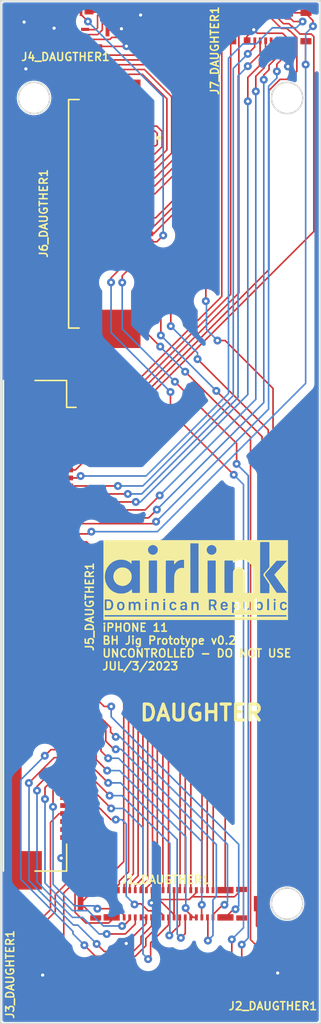
<source format=kicad_pcb>
(kicad_pcb (version 20221018) (generator pcbnew)
  (layers (0 "F.Cu" signal) (31 "B.Cu" signal) (34 "B.Paste" user) (35 "F.Paste" user) (36 "B.SilkS" user "B.Silkscreen") (37 "F.SilkS" user "F.Silkscreen") (38 "B.Mask" user) (39 "F.Mask" user) (44 "Edge.Cuts" user))
  (net 0 "")
  (net 1 "COIL_TO_SPKRAMP_BOT_VSENSE_NEG_CONN-D")
  (net 2 "COIL_TO_SPKRAMP_BOT_VSENSE_POS_CONN-D")
  (net 3 "PP_CODEC_TO_MIC1_LOWER_BIAS_CONN-D")
  (net 4 "LOWERMIC1_TO_CODEC_BIAS_FILT_RET-D")
  (net 5 "MIC1_LOWER_TO_CODEC_AIN1_CONN_N-D")
  (net 6 "MIC1_LOWER_TO_CODEC_AIN1_CONN_P-D")
  (net 7 "GND1")
  (net 8 "MIKEYBUS_REFERENCE-D")
  (net 9 "CON_DETECT_E75_TO_HYDRA_CONN_L-D")
  (net 10 "90_HYDRA_DP2_CONN_P-D")
  (net 11 "90_HYDRA_DP2_CONN_N-D")
  (net 12 "I2C1_AOP_AMPS_FROM_CODEC_ASP2_LRCLK_CONN-D")
  (net 13 "90_HYDRA_DP1_CONN_N-D")
  (net 14 "I2C1_AOP_AMPS_FROM_CODEC_ASP2_BCLK_CONN-D")
  (net 15 "90_HYDRA_DP1_CONN_P-D")
  (net 16 "I2C1_AOP_FROM_AMPS_CODEC_ASP2_DIN_CONN-D")
  (net 17 "GPIO_K2_TO_AOP_INT_CONN_L-D")
  (net 18 "I2C1_AOP_BI_SAK_K2_SDA_CONN-D")
  (net 19 "I2C1_AOP_SCL-D")
  (net 20 "PP1V8_SAK_K2_S2_CONN-D")
  (net 21 "PP_HYDRA_ACC2_CONN-D")
  (net 22 "PP_HYDRA_ACC1_CONN-D")
  (net 23 "MIC4_LOWER_TO_CODEC_AIN4_CONN_N-D")
  (net 24 "MIC4_LOWER_TO_CODEC_AIN4_CONN_P-D")
  (net 25 "PP_CODEC_TO_MIC4_LOWER_BIAS_CONN-D")
  (net 26 "LOWERMIC4_TO_CODEC_BIAS_FILT_RET-D")
  (net 27 "SOLENOID_TO_ARC_VSENSE_POS_CONN-D")
  (net 28 "SOLENOID_TO_ARC_VSENSE_NEG_CONN-D")
  (net 29 "SPKRAMP_BOT_TO_COIL_OUT_NEG-D")
  (net 30 "SPKRAMP_BOT_TO_COIL_OUT_POS-D")
  (net 31 "ARC_TO_SOLENOID_OUT_POS-D")
  (net 32 "ARC_TO_SOLENOID_OUT_NEG-D")
  (net 33 "PP_VBUS1_E75-D")
  (net 34 "50_ANT5-D")
  (net 35 "50_ANT1-D")
  (net 36 "50_ANT3-D")
  (net 37 "LAT_SUBUS_B_B2B-D")
  (net 38 "VDD_LAT_GPO_B2B-D")
  (net 39 "LAT_SUBUS_A_B2B-D")
  (net 40 "PP_BATT_VCC_YANGTZE-D")
  (net 41 "I2C2_SMC_BI_GG_SDA_CONN-D")
  (net 42 "I2C2_SMC_TO_GG_SCL_CONN-D")
  (net 43 "UAT_SUBUS_A_B2B-D")
  (net 44 "R1_TUNER_GPO2_CONN-D")
  (net 45 "PP_VDD_BTPA3V3_CONN-D")
  (net 46 "R1_TUNER_GPO1_CONN-D")
  (net 47 "IO_BUTTON_VOL_UP_CONN_L-D")
  (net 48 "COMPASS_TO_AOP_INT_CONN-D")
  (net 49 "PP1V8_COMPASS_CONN-D")
  (net 50 "IO_BUTTON_RINGER_A_CONN-D")
  (net 51 "50_ANT4-D")
  (net 52 "50_ANT2-D")
  (net 53 "UAT_SUBUS_B_B2B-D")
  (net 54 "IO_BUTTON_VOL_DOWN_CONN_L-D")
  (net 55 "I2C1_AOP_SDA-D")
  (net 59 "PP_STROBE_DRIVER_WARM_LED-D")
  (net 60 "PENROSE_IR_TO_CODEC_AIN5_P_CONN-D")
  (net 61 "PENROSE_VIS_TO_CODEC_AIN6_P_CONN-D")
  (net 62 "NTC_STROBE_MODULE_CONN-D")
  (net 63 "I2C1_AP_SDA-D")
  (net 64 "I2C1_AP_SCL-D")
  (net 65 "IO_BUTTON_SIDE_L_CONN-D")
  (net 66 "REARMIC2_TO_CODEC_AIN2_CONN_N-D")
  (net 67 "REARMIC2_TO_CODEC_AIN2_CONN_P-D")
  (net 68 "PP _CODEC_TO_REARMIC2_BIAS_CONN-D")
  (net 69 "REARMIC2_TO_CODEC_BIAS_FILT_RET-D")
  (net 70 "PP_PENROSE_SVDD_CONN-D")
  (net 71 "PP_STROBE_DRIVER_COOL_LED-D")
  (net 72 "unconnected-(J5_DAUGTHER1-MountPin-PadMP)")
  (footprint "IP11 Footprints KICAD:IP11_J7100_7_PCBA_WIRELESS_CHARGER_CONNECTOR" (layer "F.Cu") (at 132.23 126.59 90)
    (fp_text reference "J3_DAUGHTER1")
    (fp_text value "WIRELESS CHARGER CONNECTOR - FLEX MALE" hide)
  )
  (footprint "IP11 Footprints KICAD:ZIF 54pin" (layer "F.Cu") (at 133.74 104.49 -90)
    (fp_text reference "J5_DAUGTHER1")
    (fp_text value "Conn_02x27_Counter_Clockwise_MountingPin" hide)
  )
  (footprint "IP11 Footprints KICAD:IP11_J-UAT-K_1_PCBA_VOLUME_KEY_CONNECTOR" (layer "F.Cu") (at 133.3 67.16)
    (fp_text reference "J4_DAUGTHER1")
    (fp_text value "VOLUME KEY CONNECTOR -  FLEX MALE" hide)
  )
  (footprint "IP11 Footprints KICAD:ZIF 20pin" (layer "F.Cu") (at 136.015 78.71 -90)
    (fp_text reference "J6_DAUGTHER1")
    (fp_text value "Conn_02x10_Counter_Clockwise" hide)
  )
  (footprint "IP11 Footprints KICAD:IP11_J7700_9_PCBA_POWER_KEY_FLEX_CONNECTOR" (layer "F.Cu") (at 146.37 67.02)
    (fp_text reference "J7_DAUGHTER1")
    (fp_text value "POWER KEY CONNECTOR - FLEX MALE" hide)
  )
  (footprint "IP11 Footprints KICAD:IP11_J8200_13_PCBA_CHARGING_CONNECTOR_1" (layer "F.Cu") (at 140.115 121.875)
    (fp_text reference "J1_DAUGTHER1")
    (fp_text value "CHARGING PORT CONNECTOR 1 - FLEX MALE" hide)
  )
  (footprint "IP11 Footprints KICAD:airlink_footprint" (layer "F.Cu") (at 141.82 101.63)
    (fp_text reference "G***" hide)
    (fp_text value "LOGO" hide)
  )
  (footprint "IP11 Footprints KICAD:IP11_J-LAT-K_14_PCBA_CHARGING_CONNECTOR_2" (layer "F.Cu") (at 146.92 126.315)
    (fp_text reference "J2_DAUGTHER1")
    (fp_text value "CHARGING PORT CONNECTOR 2 - FLEX MALE" hide)
  )
  (gr_circle locked (center 147.540811 121.879138) (end 147.530811 120.9) (stroke (width 0.1)) (fill none) (layer "Edge.Cuts"))
  (gr_rect locked (start 129.62 65.38) (end 149.62 129.38) (stroke (width 0.1)) (fill none) (layer "Edge.Cuts"))
  (gr_circle locked (center 147.540811 71.46) (end 147.530811 70.480862) (stroke (width 0.1)) (fill none) (layer "Edge.Cuts"))
  (gr_circle locked (center 131.700811 71.46) (end 131.690811 70.480862) (stroke (width 0.1)) (fill none) (layer "Edge.Cuts"))
  (gr_text locked "iPHONE 11\nBH Jig Prototype v0.2\nUNCONTROLLED - DO NOT USE\nJUL/3/2023" (at 135.92 107.31) (layer "F.SilkS") (effects (font (size 0.5 0.5) (thickness 0.1) bold) (justify left bottom)))
  (gr_text locked "DAUGHTER" (at 138.23 110.52) (layer "F.SilkS") (effects (font (size 1 1) (thickness 0.2) bold) (justify left bottom)))
  (segment locked (start 137.34 122.602602) (end 136.932651 122.195253) (width 0.1) (layer "F.Cu") (net 1))
  (segment locked (start 137.34 122.725) (end 137.34 122.602602) (width 0.1) (layer "F.Cu") (net 1))
  (segment locked (start 132.890498 115.82) (end 132.890498 114.539502) (width 0.1) (layer "F.Cu") (net 1))
  (segment locked (start 132.890498 114.539502) (end 133.19 114.24) (width 0.1) (layer "F.Cu") (net 1))
  (segment locked (start 133.19 114.24) (end 133.74 114.24) (width 0.1) (layer "F.Cu") (net 1))
  (segment locked (start 136.932651 122.195253) (end 135.666653 122.195253) (width 0.1) (layer "F.Cu") (net 1))
  (via locked (at 135.666653 122.195253) (size 0.5) (drill 0.2) (layers "F.Cu" "B.Cu") (net 1))
  (via locked (at 132.890498 115.82) (size 0.5) (drill 0.2) (layers "F.Cu" "B.Cu") (net 1))
  (segment locked (start 132.890498 120.673442) (end 132.890498 115.82) (width 0.1) (layer "B.Cu") (net 1))
  (segment locked (start 134.232763 122.015707) (end 132.890498 120.673442) (width 0.1) (layer "B.Cu") (net 1))
  (segment locked (start 135.487107 122.015707) (end 134.232763 122.015707) (width 0.1) (layer "B.Cu") (net 1))
  (segment locked (start 135.666653 122.195253) (end 135.487107 122.015707) (width 0.1) (layer "B.Cu") (net 1))
  (segment locked (start 137.34 121.025) (end 137.34 120.588735) (width 0.1) (layer "F.Cu") (net 2))
  (segment locked (start 135.621624 106.24) (end 133.74 106.24) (width 0.1) (layer "F.Cu") (net 2))
  (segment locked (start 137.915 108.533376) (end 135.621624 106.24) (width 0.1) (layer "F.Cu") (net 2))
  (segment locked (start 137.915 120.013735) (end 137.915 108.533376) (width 0.1) (layer "F.Cu") (net 2))
  (segment locked (start 137.34 120.588735) (end 137.915 120.013735) (width 0.1) (layer "F.Cu") (net 2))
  (segment locked (start 137.293954 123.276986) (end 137.209059 123.276986) (width 0.1) (layer "F.Cu") (net 3))
  (segment locked (start 137.69 122.75) (end 137.69 122.88094) (width 0.1) (layer "F.Cu") (net 3))
  (segment locked (start 132.386128 115.33532) (end 132.386128 114.619608) (width 0.1) (layer "F.Cu") (net 3))
  (segment locked (start 132.386128 114.619608) (end 133.265736 113.74) (width 0.1) (layer "F.Cu") (net 3))
  (segment locked (start 133.265736 113.74) (end 133.74 113.74) (width 0.1) (layer "F.Cu") (net 3))
  (segment locked (start 137.69 122.88094) (end 137.293954 123.276986) (width 0.1) (layer "F.Cu") (net 3))
  (via locked (at 132.386128 115.33532) (size 0.5) (drill 0.2) (layers "F.Cu" "B.Cu") (net 3))
  (via locked (at 137.209059 123.276986) (size 0.5) (drill 0.2) (layers "F.Cu" "B.Cu") (net 3))
  (segment locked (start 136.041279 123.276986) (end 135.08 122.315707) (width 0.1) (layer "B.Cu") (net 3))
  (segment locked (start 137.209059 123.276986) (end 136.041279 123.276986) (width 0.1) (layer "B.Cu") (net 3))
  (segment locked (start 132.386128 120.593336) (end 132.386128 115.33532) (width 0.1) (layer "B.Cu") (net 3))
  (segment locked (start 135.08 122.315707) (end 134.108499 122.315707) (width 0.1) (layer "B.Cu") (net 3))
  (segment locked (start 134.108499 122.315707) (end 132.386128 120.593336) (width 0.1) (layer "B.Cu") (net 3))
  (segment locked (start 137.69 120.662999) (end 137.69 121.025) (width 0.1) (layer "F.Cu") (net 4))
  (segment locked (start 135.545888 105.74) (end 138.215 108.409112) (width 0.1) (layer "F.Cu") (net 4))
  (segment locked (start 138.215 108.409112) (end 138.215 120.137999) (width 0.1) (layer "F.Cu") (net 4))
  (segment locked (start 138.215 120.137999) (end 137.69 120.662999) (width 0.1) (layer "F.Cu") (net 4))
  (segment locked (start 133.74 105.74) (end 135.545888 105.74) (width 0.1) (layer "F.Cu") (net 4))
  (segment locked (start 137.416666 123.776486) (end 138.04 123.153152) (width 0.1) (layer "F.Cu") (net 5))
  (segment locked (start 138.04 123.153152) (end 138.04 122.75) (width 0.1) (layer "F.Cu") (net 5))
  (segment locked (start 131.886628 114.806127) (end 131.886628 114.543372) (width 0.1) (layer "F.Cu") (net 5))
  (segment locked (start 131.886628 114.543372) (end 133.19 113.24) (width 0.1) (layer "F.Cu") (net 5))
  (segment locked (start 133.19 113.24) (end 133.74 113.24) (width 0.1) (layer "F.Cu") (net 5))
  (segment locked (start 136.25 123.776486) (end 137.416666 123.776486) (width 0.1) (layer "F.Cu") (net 5))
  (via locked (at 136.25 123.776486) (size 0.5) (drill 0.2) (layers "F.Cu" "B.Cu") (net 5))
  (via locked (at 131.886628 114.806127) (size 0.5) (drill 0.2) (layers "F.Cu" "B.Cu") (net 5))
  (segment locked (start 131.886628 120.5181) (end 131.886628 114.806127) (width 0.1) (layer "B.Cu") (net 5))
  (segment locked (start 134.108528 122.74) (end 131.886628 120.5181) (width 0.1) (layer "B.Cu") (net 5))
  (segment locked (start 135.776486 123.776486) (end 134.74 122.74) (width 0.1) (layer "B.Cu") (net 5))
  (segment locked (start 136.25 123.776486) (end 135.776486 123.776486) (width 0.1) (layer "B.Cu") (net 5))
  (segment locked (start 134.74 122.74) (end 134.108528 122.74) (width 0.1) (layer "B.Cu") (net 5))
  (segment locked (start 138.04 120.737263) (end 138.515 120.262263) (width 0.1) (layer "F.Cu") (net 6))
  (segment locked (start 138.515 120.262263) (end 138.515 108.284848) (width 0.1) (layer "F.Cu") (net 6))
  (segment locked (start 135.470152 105.24) (end 133.74 105.24) (width 0.1) (layer "F.Cu") (net 6))
  (segment locked (start 138.04 121.025) (end 138.04 120.737263) (width 0.1) (layer "F.Cu") (net 6))
  (segment locked (start 138.515 108.284848) (end 135.470152 105.24) (width 0.1) (layer "F.Cu") (net 6))
  (segment locked (start 133.105 127.915) (end 132.355 128.665) (width 0.1) (layer "F.Cu") (net 7))
  (segment locked (start 145.670958 67.410958) (end 145.45 67.19) (width 0.1) (layer "F.Cu") (net 7))
  (segment locked (start 131.53 125.215) (end 132.255 124.49) (width 0.1) (layer "F.Cu") (net 7))
  (segment locked (start 137.17 67.13) (end 137.14 67.16) (width 0.1) (layer "F.Cu") (net 7))
  (segment locked (start 147.845 126.315) (end 147.87 126.34) (width 0.1) (layer "F.Cu") (net 7))
  (segment locked (start 131.675 67.16) (end 131.53 67.16) (width 0.1) (layer "F.Cu") (net 7))
  (segment locked (start 141.41829 121.62) (end 139.2605 121.62) (width 0.1) (layer "F.Cu") (net 7))
  (segment locked (start 146.21 66.43) (end 145.45 67.19) (width 0.1) (layer "F.Cu") (net 7))
  (segment locked (start 138.185 66.085) (end 138.37 66.27) (width 0.1) (layer "F.Cu") (net 7))
  (segment locked (start 135.570736 67.185) (end 135.675 67.080736) (width 0.1) (layer "F.Cu") (net 7))
  (segment locked (start 146.43 127.87) (end 146.595 127.705) (width 0.1) (layer "F.Cu") (net 7))
  (segment locked (start 147.71 67.865421) (end 147.255537 67.410958) (width 0.1) (layer "F.Cu") (net 7))
  (segment locked (start 145.32 125.6) (end 145.32 125.19) (width 0.1) (layer "F.Cu") (net 7))
  (segment locked (start 146.595 127.365) (end 146.595 126.165) (width 0.1) (layer "F.Cu") (net 7))
  (segment locked (start 145.625 123.265) (end 146.595 124.235) (width 0.1) (layer "F.Cu") (net 7))
  (segment locked (start 147.71 67.87) (end 147.71 67.865421) (width 0.1) (layer "F.Cu") (net 7))
  (segment locked (start 146.4 125.97) (end 145.69 125.97) (width 0.1) (layer "F.Cu") (net 7))
  (segment locked (start 132.17 126.28) (end 132.24 126.35) (width 0.1) (layer "F.Cu") (net 7))
  (segment locked (start 139.065 121.8155) (end 139.05 121.8305) (width 0.1) (layer "F.Cu") (net 7))
  (segment locked (start 133.65 68.235) (end 133.65 67.79) (width 0.1) (layer "F.Cu") (net 7))
  (segment locked (start 147.87 126.34) (end 149.045 126.34) (width 0.1) (layer "F.Cu") (net 7))
  (segment locked (start 149.045 126.34) (end 149.045 126.915) (width 0.1) (layer "F.Cu") (net 7))
  (segment locked (start 144.715 120.975) (end 144.24 121.45) (width 0.1) (layer "F.Cu") (net 7))
  (segment locked (start 141.865 121.025) (end 141.865 121.17329) (width 0.1) (layer "F.Cu") (net 7))
  (segment locked (start 144.82 126.34) (end 144.82 127.15) (width 0.1) (layer "F.Cu") (net 7))
  (segment locked (start 132.33 124.49) (end 132.255 124.49) (width 0.1) (layer "F.Cu") (net 7))
  (segment locked (start 133.74 117.74) (end 133.74 116.74) (width 0.1) (layer "F.Cu") (net 7))
  (segment locked (start 145.01 67.63) (end 145.45 67.19) (width 0.1) (layer "F.Cu") (net 7))
  (segment locked (start 147.295 126.025) (end 147.585 126.315) (width 0.1) (layer "F.Cu") (net 7))
  (segment locked (start 146.895 126.165) (end 146.95 126.22) (width 0.1) (layer "F.Cu") (net 7))
  (segment locked (start 132.17 126.98) (end 133.105 127.915) (width 0.1) (layer "F.Cu") (net 7))
  (segment locked (start 137.47 124.3705) (end 138.715 123.1255) (width 0.1) (layer "F.Cu") (net 7))
  (segment locked (start 131.33 125.215) (end 131.635 125.215) (width 0.1) (layer "F.Cu") (net 7))
  (segment locked (start 134.875 67.185) (end 135.570736 67.185) (width 0.1) (layer "F.Cu") (net 7))
  (segment locked (start 144.8105 122.6595) (end 144.8105 121.0705) (width 0.1) (layer "F.Cu") (net 7))
  (segment locked (start 147.295 126.025) (end 147.1 126.22) (width 0.1) (layer "F.Cu") (net 7))
  (segment locked (start 132.955 67.095) (end 133.3 66.75) (width 0.1) (layer "F.Cu") (net 7))
  (segment locked (start 146.595 127.705) (end 146.595 127.365) (width 0.1) (layer "F.Cu") (net 7))
  (segment locked (start 139.065 121.05) (end 139.065 121.16507) (width 0.1) (layer "F.Cu") (net 7))
  (segment locked (start 138.39 122.75) (end 138.715 122.75) (width 0.1) (layer "F.Cu") (net 7))
  (segment locked (start 140.465 121.025) (end 140.465 122.75) (width 0.1) (layer "F.Cu") (net 7))
  (segment locked (start 145.82 125.19) (end 145.32 125.19) (width 0.1) (layer "F.Cu") (net 7))
  (segment locked (start 131.635 125.215) (end 132.17 125.75) (width 0.1) (layer "F.Cu") (net 7))
  (segment locked (start 145.69 125.97) (end 145.32 125.6) (width 0.1) (layer "F.Cu") (net 7))
  (segment locked (start 135.9 66.085) (end 138.185 66.085) (width 0.1) (layer "F.Cu") (net 7))
  (segment locked (start 148.02 127.39) (end 148.57 127.39) (width 0.1) (layer "F.Cu") (net 7))
  (segment locked (start 146.595 126.165) (end 146.4 125.97) (width 0.1) (layer "F.Cu") (net 7))
  (segment locked (start 145.625 121.87957) (end 145.625 123.265) (width 0.1) (layer "F.Cu") (net 7))
  (segment locked (start 139.2605 121.62) (end 139.05 121.8305) (width 0.1) (layer "F.Cu") (net 7))
  (segment locked (start 147.585 126.315) (end 147.845 126.315) (width 0.1) (layer "F.Cu") (net 7))
  (segment locked (start 140.465 122.56507) (end 140.465 122.75) (width 0.1) (layer "F.Cu") (net 7))
  (segment locked (start 133.65 67.79) (end 132.955 67.095) (width 0.1) (layer "F.Cu") (net 7))
  (segment locked (start 148.02 125.19) (end 148.595 125.19) (width 0.1) (layer "F.Cu") (net 7))
  (segment locked (start 135.675 66.31) (end 135.9 66.085) (width 0.1) (layer "F.Cu") (net 7))
  (segment locked (start 147.27 126.63) (end 147.585 126.315) (width 0.1) (layer "F.Cu") (net 7))
  (segment locked (start 144.24 121.45) (end 141.58829 121.45) (width 0.1) (layer "F.Cu") (net 7))
  (segment locked (start 132.65 66.11) (end 132.65 66.79) (width 0.1) (layer "F.Cu") (net 7))
  (segment locked (start 139.065 121.05) (end 139.065 121.8155) (width 0.1) (layer "F.Cu") (net 7))
  (segment locked (start 133.74 118.69) (end 133.4 119.03) (width 0.1) (layer "F.Cu") (net 7))
  (segment locked (start 133.13 127.89) (end 133.105 127.915) (width 0.1) (layer "F.Cu") (net 7))
  (segment locked (start 145.06 127.39) (end 145.295 127.39) (width 0.1) (layer "F.Cu") (net 7))
  (segment locked (start 146.595 125.775) (end 146.595 125.865) (width 0.1) (layer "F.Cu") (net 7))
  (segment locked (start 145.795 127.39) (end 145.295 127.39) (width 0.1) (layer "F.Cu") (net 7))
  (segment locked (start 130.3 67.11) (end 131.625 67.11) (width 0.1) (layer "F.Cu") (net 7))
  (segment locked (start 141.58829 121.45) (end 141.41829 121.62) (width 0.1) (layer "F.Cu") (net 7))
  (segment locked (start 133.13 126.515) (end 133.13 127.89) (width 0.1) (layer "F.Cu") (net 7))
  (segment locked (start 144.695 122.775) (end 144.8105 122.6595) (width 0.1) (layer "F.Cu") (net 7))
  (segment locked (start 131.33 125.215) (end 131.53 125.215) (width 0.1) (layer "F.Cu") (net 7))
  (segment locked (start 131.375 68.235) (end 130.785364 68.235) (width 0.1) (layer "F.Cu") (net 7))
  (segment locked (start 135.8 68.235) (end 135.175 68.235) (width 0.1) (layer "F.Cu") (net 7))
  (segment locked (start 144.8105 121.0705) (end 144.715 120.975) (width 0.1) (layer "F.Cu") (net 7))
  (segment locked (start 132.17 125.75) (end 132.17 126.28) (width 0.1) (layer "F.Cu") (net 7))
  (segment locked (start 131.975 66.135) (end 131.675 66.435) (width 0.1) (layer "F.Cu") (net 7))
  (segment locked (start 133.3 66.75) (end 133.3 66.11) (width 0.1) (layer "F.Cu") (net 7))
  (segment locked (start 131.45 68.31) (end 131.45 69.38) (width 0.1) (layer "F.Cu") (net 7))
  (segment locked (start 146.21 66.17) (end 146.21 66.43) (width 0.1) (layer "F.Cu") (net 7))
  (segment locked (start 145.795 127.765) (end 145.9 127.87) (width 0.1) (layer "F.Cu") (net 7))
  (segment locked (start 146.595 125.865) (end 146.95 126.22) (width 0.1) (layer "F.Cu") (net 7))
  (segment locked (start 146.595 126.165) (end 146.895 126.165) (width 0.1) (layer "F.Cu") (net 7))
  (segment locked (start 137.465 68.235) (end 137.48 68.22) (width 0.1) (layer "F.Cu") (net 7))
  (segment locked (start 146.595 125.775) (end 146.4 125.97) (width 0.1) (layer "F.Cu") (net 7))
  (segment locked (start 147.295 125.265) (end 147.295 126.025) (width 0.1) (layer "F.Cu") (net 7))
  (segment locked (start 149.045 126.34) (end 149.045 125.64) (width 0.1) (layer "F.Cu") (net 7))
  (segment locked (start 141.865 121.17329) (end 141.41829 121.62) (width 0.1) (layer "F.Cu") (net 7))
  (segment locked (start 132.65 66.79) (end 132.955 67.095) (width 0.1) (layer "F.Cu") (net 7))
  (segment locked (start 139.065 121.16507) (end 140.465 122.56507) (width 0.1) (layer "F.Cu") (net 7))
  (segment locked (start 131.33 127.89) (end 132.105 128.665) (width 0.1) (layer "F.Cu") (net 7))
  (segment locked (start 133.13 125.29) (end 132.33 124.49) (width 0.1) (layer "F.Cu") (net 7))
  (segment locked (start 145.795 127.39) (end 145.795 127.765) (width 0.1) (layer "F.Cu") (net 7))
  (segment locked (start 133.74 117.74) (end 133.74 118.69) (width 0.1) (layer "F.Cu") (net 7))
  (segment locked (start 131.675 66.435) (end 131.675 67.16) (width 0.1) (layer "F.Cu") (net 7))
  (segment locked (start 147.71 69.37) (end 147.59 69.49) (width 0.1) (layer "F.Cu") (net 7))
  (segment locked (start 149.045 126.915) (end 148.57 127.39) (width 0.1) (layer "F.Cu") (net 7))
  (segment locked (start 147.27 127.365) (end 147.27 126.63) (width 0.1) (layer "F.Cu") (net 7))
  (segment locked (start 147.1 126.22) (end 146.95 126.22) (width 0.1) (layer "F.Cu") (net 7))
  (segment locked (start 131.45 69.38) (end 131.19 69.64) (width 0.1) (layer "F.Cu") (net 7))
  (segment locked (start 146.595 124.235) (end 146.595 125.265) (width 0.1) (layer "F.Cu") (net 7))
  (segment locked (start 132.17 125.75) (end 132.17 126.98) (width 0.1) (layer "F.Cu") (net 7))
  (segment locked (start 131.625 67.11) (end 131.675 67.16) (width 0.1) (layer "F.Cu") (net 7))
  (segment locked (start 149.045 125.64) (end 148.595 125.19) (width 0.1) (layer "F.Cu") (net 7))
  (segment locked (start 145.01 67.87) (end 145.01 67.63) (width 0.1) (layer "F.Cu") (net 7))
  (segment locked (start 138.715 123.1255) (end 138.715 122.75) (width 0.1) (layer "F.Cu") (net 7))
  (segment locked (start 130.332585 66.527415) (end 130.332585 67.11) (width 0.1) (layer "F.Cu") (net 7))
  (segment locked (start 131.45 68.31) (end 131.375 68.235) (width 0.1) (layer "F.Cu") (net 7))
  (segment locked (start 145.9 127.87) (end 146.43 127.87) (width 0.1) (layer "F.Cu") (net 7))
  (segment locked (start 132.355 128.665) (end 132.23 128.665) (width 0.1) (layer "F.Cu") (net 7))
  (segment locked (start 144.82 127.15) (end 145.06 127.39) (width 0.1) (layer "F.Cu") (net 7))
  (segment locked (start 132.105 128.665) (end 132.23 128.665) (width 0.1) (layer "F.Cu") (net 7))
  (segment locked (start 137.14 67.16) (end 136.275 67.16) (width 0.1) (layer "F.Cu") (net 7))
  (segment locked (start 131.475 66.06) (end 130.8 66.06) (width 0.1) (layer "F.Cu") (net 7))
  (segment locked (start 147.255537 67.410958) (end 145.670958 67.410958) (width 0.1) (layer "F.Cu") (net 7))
  (segment locked (start 135.9 66.085) (end 135.125 66.085) (width 0.1) (layer "F.Cu") (net 7))
  (segment locked (start 147.71 67.87) (end 147.71 69.37) (width 0.1) (layer "F.Cu") (net 7))
  (segment locked (start 131.53 67.16) (end 131.08 66.71) (width 0.1) (layer "F.Cu") (net 7))
  (segment locked (start 130.8 66.06) (end 130.332585 66.527415) (width 0.1) (layer "F.Cu") (net 7))
  (segment locked (start 146.595 125.265) (end 146.595 125.775) (width 0.1) (layer "F.Cu") (net 7))
  (segment locked (start 135.8 68.235) (end 137.465 68.235) (width 0.1) (layer "F.Cu") (net 7))
  (segment locked (start 135.675 67.080736) (end 135.675 66.31) (width 0.1) (layer "F.Cu") (net 7))
  (via locked (at 131.08 66.71) (size 0.5) (drill 0.2) (layers "F.Cu" "B.Cu") (net 7))
  (via locked (at 137.17 67.13) (size 0.5) (drill 0.2) (layers "F.Cu" "B.Cu") (net 7))
  (via locked (at 137.47 124.3705) (size 0.5) (drill 0.2) (layers "F.Cu" "B.Cu") (net 7))
  (via locked (at 132.955 67.095) (size 0.5) (drill 0.2) (layers "F.Cu" "B.Cu") (net 7))
  (via locked (at 145.45 67.19) (size 0.5) (drill 0.2) (layers "F.Cu" "B.Cu") (net 7))
  (via locked (at 139.05 121.8305) (size 0.5) (drill 0.2) (layers "F.Cu" "B.Cu") (net 7))
  (via locked (at 137.48 68.22) (size 0.5) (drill 0.2) (layers "F.Cu" "B.Cu") (net 7))
  (via locked (at 132.24 126.35) (size 0.5) (drill 0.2) (layers "F.Cu" "B.Cu") (net 7))
  (via locked (at 131.19 69.64) (size 0.5) (drill 0.2) (layers "F.Cu" "B.Cu") (net 7))
  (via locked (at 133.4 119.03) (size 0.5) (drill 0.2) (layers "F.Cu" "B.Cu") (net 7))
  (via locked (at 147.59 69.49) (size 0.5) (drill 0.2) (layers "F.Cu" "B.Cu") (net 7))
  (via locked (at 138.37 66.27) (size 0.5) (drill 0.2) (layers "F.Cu" "B.Cu") (net 7))
  (via locked (at 146.95 126.22) (size 0.5) (drill 0.2) (layers "F.Cu" "B.Cu") (net 7))
  (segment locked (start 138.815 108.160584) (end 138.815 120.386527) (width 0.1) (layer "F.Cu") (net 8))
  (segment locked (start 138.815 120.386527) (end 138.39 120.811527) (width 0.1) (layer "F.Cu") (net 8))
  (segment locked (start 138.39 120.811527) (end 138.39 121.05) (width 0.1) (layer "F.Cu") (net 8))
  (segment locked (start 133.74 104.74) (end 135.394416 104.74) (width 0.1) (layer "F.Cu") (net 8))
  (segment locked (start 135.394416 104.74) (end 138.815 108.160584) (width 0.1) (layer "F.Cu") (net 8))
  (segment locked (start 139.115 120.510791) (end 139.115 108.03632) (width 0.1) (layer "F.Cu") (net 9))
  (segment locked (start 138.74 120.885791) (end 139.115 120.510791) (width 0.1) (layer "F.Cu") (net 9))
  (segment locked (start 135.31868 104.24) (end 133.74 104.24) (width 0.1) (layer "F.Cu") (net 9))
  (segment locked (start 138.74 121.05) (end 138.74 120.885791) (width 0.1) (layer "F.Cu") (net 9))
  (segment locked (start 139.115 108.03632) (end 135.31868 104.24) (width 0.1) (layer "F.Cu") (net 9))
  (segment locked (start 135.62 124.4) (end 136.09 124.87) (width 0.1) (layer "F.Cu") (net 10))
  (segment locked (start 138.39693 123.938806) (end 139.065 123.270736) (width 0.1) (layer "F.Cu") (net 10))
  (segment locked (start 136.09 124.87) (end 137.915736 124.87) (width 0.1) (layer "F.Cu") (net 10))
  (segment locked (start 138.39693 124.388806) (end 138.39693 123.938806) (width 0.1) (layer "F.Cu") (net 10))
  (segment locked (start 132.964189 112.74) (end 133.74 112.74) (width 0.1) (layer "F.Cu") (net 10))
  (segment locked (start 137.915736 124.87) (end 138.39693 124.388806) (width 0.1) (layer "F.Cu") (net 10))
  (segment locked (start 139.065 123.270736) (end 139.065 122.75) (width 0.1) (layer "F.Cu") (net 10))
  (segment locked (start 131.374013 114.330176) (end 132.964189 112.74) (width 0.1) (layer "F.Cu") (net 10))
  (via locked (at 131.374013 114.330176) (size 0.5) (drill 0.2) (layers "F.Cu" "B.Cu") (net 10))
  (via locked (at 135.62 124.4) (size 0.5) (drill 0.2) (layers "F.Cu" "B.Cu") (net 10))
  (segment locked (start 134.44 123.22) (end 134.164264 123.22) (width 0.1) (layer "B.Cu") (net 10))
  (segment locked (start 134.164264 123.22) (end 131.386628 120.442364) (width 0.1) (layer "B.Cu") (net 10))
  (segment locked (start 131.386628 120.442364) (end 131.386628 114.342791) (width 0.1) (layer "B.Cu") (net 10))
  (segment locked (start 131.386628 114.342791) (end 131.374013 114.330176) (width 0.1) (layer "B.Cu") (net 10))
  (segment locked (start 135.62 124.4) (end 134.44 123.22) (width 0.1) (layer "B.Cu") (net 10))
  (segment locked (start 138.04 125.17) (end 138.69693 124.51307) (width 0.1) (layer "F.Cu") (net 11))
  (segment locked (start 134.85 124.48) (end 135.54 125.17) (width 0.1) (layer "F.Cu") (net 11))
  (segment locked (start 135.54 125.17) (end 138.04 125.17) (width 0.1) (layer "F.Cu") (net 11))
  (segment locked (start 132.373894 112.623894) (end 132.757788 112.24) (width 0.1) (layer "F.Cu") (net 11))
  (segment locked (start 139.415 123.345) (end 139.415 122.75) (width 0.1) (layer "F.Cu") (net 11))
  (segment locked (start 132.757788 112.24) (end 133.74 112.24) (width 0.1) (layer "F.Cu") (net 11))
  (segment locked (start 138.69693 124.06307) (end 139.415 123.345) (width 0.1) (layer "F.Cu") (net 11))
  (segment locked (start 138.69693 124.51307) (end 138.69693 124.06307) (width 0.1) (layer "F.Cu") (net 11))
  (via locked (at 132.373894 112.623894) (size 0.5) (drill 0.2) (layers "F.Cu" "B.Cu") (net 11))
  (via locked (at 134.85 124.48) (size 0.5) (drill 0.2) (layers "F.Cu" "B.Cu") (net 11))
  (segment locked (start 130.874013 120.354013) (end 130.874013 114.123776) (width 0.1) (layer "B.Cu") (net 11))
  (segment locked (start 134.14 123.62) (end 130.874013 120.354013) (width 0.1) (layer "B.Cu") (net 11))
  (segment locked (start 130.874013 114.123776) (end 132.373894 112.623894) (width 0.1) (layer "B.Cu") (net 11))
  (segment locked (start 134.14 123.77) (end 134.14 123.62) (width 0.1) (layer "B.Cu") (net 11))
  (segment locked (start 134.85 124.48) (end 134.14 123.77) (width 0.1) (layer "B.Cu") (net 11))
  (segment locked (start 135.242944 103.74) (end 139.415 107.912056) (width 0.1) (layer "F.Cu") (net 12))
  (segment locked (start 139.415 107.912056) (end 139.415 121.025) (width 0.1) (layer "F.Cu") (net 12))
  (segment locked (start 133.74 103.74) (end 135.242944 103.74) (width 0.1) (layer "F.Cu") (net 12))
  (segment locked (start 137.99 121.93) (end 138.03 121.89) (width 0.1) (layer "F.Cu") (net 13))
  (segment locked (start 134.18 111.74) (end 133.74 111.74) (width 0.1) (layer "F.Cu") (net 13))
  (segment locked (start 134.39 111.95) (end 134.18 111.74) (width 0.1) (layer "F.Cu") (net 13))
  (segment locked (start 134.39 114.491472) (end 134.39 111.95) (width 0.1) (layer "F.Cu") (net 13))
  (segment locked (start 139.765 122.592235) (end 139.765 122.725) (width 0.1) (layer "F.Cu") (net 13))
  (segment locked (start 139.503265 122.3305) (end 139.765 122.592235) (width 0.1) (layer "F.Cu") (net 13))
  (segment locked (start 138.03 121.89) (end 138.402393 121.89) (width 0.1) (layer "F.Cu") (net 13))
  (segment locked (start 138.842893 122.3305) (end 139.503265 122.3305) (width 0.1) (layer "F.Cu") (net 13))
  (segment locked (start 136.8155 116.62) (end 136.518528 116.62) (width 0.1) (layer "F.Cu") (net 13))
  (segment locked (start 136.518528 116.62) (end 134.39 114.491472) (width 0.1) (layer "F.Cu") (net 13))
  (segment locked (start 138.402393 121.89) (end 138.842893 122.3305) (width 0.1) (layer "F.Cu") (net 13))
  (via locked (at 137.99 121.93) (size 0.5) (drill 0.2) (layers "F.Cu" "B.Cu") (net 13))
  (via locked (at 136.8155 116.62) (size 0.5) (drill 0.2) (layers "F.Cu" "B.Cu") (net 13))
  (segment locked (start 137.198404 116.62) (end 136.8155 116.62) (width 0.1) (layer "B.Cu") (net 13))
  (segment locked (start 137.47 121.41) (end 137.47 116.891596) (width 0.1) (layer "B.Cu") (net 13))
  (segment locked (start 137.99 121.93) (end 137.47 121.41) (width 0.1) (layer "B.Cu") (net 13))
  (segment locked (start 137.47 116.891596) (end 137.198404 116.62) (width 0.1) (layer "B.Cu") (net 13))
  (segment locked (start 139.765 107.837792) (end 135.167208 103.24) (width 0.1) (layer "F.Cu") (net 14))
  (segment locked (start 135.167208 103.24) (end 133.74 103.24) (width 0.1) (layer "F.Cu") (net 14))
  (segment locked (start 139.765 121.025) (end 139.765 107.837792) (width 0.1) (layer "F.Cu") (net 14))
  (segment locked (start 134.69 114.085072) (end 134.69 111.76) (width 0.1) (layer "F.Cu") (net 15))
  (segment locked (start 134.17 111.24) (end 133.74 111.24) (width 0.1) (layer "F.Cu") (net 15))
  (segment locked (start 138.99693 125.19307) (end 138.99693 124.330478) (width 0.1) (layer "F.Cu") (net 15))
  (segment locked (start 138.99693 124.330478) (end 140.115 123.212408) (width 0.1) (layer "F.Cu") (net 15))
  (segment locked (start 138.84 125.35) (end 138.99693 125.19307) (width 0.1) (layer "F.Cu") (net 15))
  (segment locked (start 136.526188 115.92126) (end 134.69 114.085072) (width 0.1) (layer "F.Cu") (net 15))
  (segment locked (start 140.115 123.212408) (end 140.115 122.75) (width 0.1) (layer "F.Cu") (net 15))
  (segment locked (start 134.69 111.76) (end 134.17 111.24) (width 0.1) (layer "F.Cu") (net 15))
  (via locked (at 136.526188 115.92126) (size 0.5) (drill 0.2) (layers "F.Cu" "B.Cu") (net 15))
  (via locked (at 138.84 125.35) (size 0.5) (drill 0.2) (layers "F.Cu" "B.Cu") (net 15))
  (segment locked (start 138.52 125.03) (end 138.52 117.136858) (width 0.1) (layer "B.Cu") (net 15))
  (segment locked (start 138.84 125.35) (end 138.52 125.03) (width 0.1) (layer "B.Cu") (net 15))
  (segment locked (start 138.52 117.136858) (end 137.304402 115.92126) (width 0.1) (layer "B.Cu") (net 15))
  (segment locked (start 137.304402 115.92126) (end 136.526188 115.92126) (width 0.1) (layer "B.Cu") (net 15))
  (segment locked (start 135.091472 102.74) (end 140.115 107.763528) (width 0.1) (layer "F.Cu") (net 16))
  (segment locked (start 133.74 102.74) (end 135.091472 102.74) (width 0.1) (layer "F.Cu") (net 16))
  (segment locked (start 140.115 107.763528) (end 140.115 121.025) (width 0.1) (layer "F.Cu") (net 16))
  (segment locked (start 136.430664 115.119336) (end 134.99 113.678672) (width 0.1) (layer "F.Cu") (net 17))
  (segment locked (start 134.225736 110.74) (end 133.74 110.74) (width 0.1) (layer "F.Cu") (net 17))
  (segment locked (start 134.99 111.504264) (end 134.225736 110.74) (width 0.1) (layer "F.Cu") (net 17))
  (segment locked (start 134.99 113.678672) (end 134.99 111.504264) (width 0.1) (layer "F.Cu") (net 17))
  (segment locked (start 140.815 123.219515) (end 140.815 122.725) (width 0.1) (layer "F.Cu") (net 17))
  (segment locked (start 140.166612 123.867903) (end 140.815 123.219515) (width 0.1) (layer "F.Cu") (net 17))
  (via locked (at 136.430664 115.119336) (size 0.5) (drill 0.2) (layers "F.Cu" "B.Cu") (net 17))
  (via locked (at 140.166612 123.867903) (size 0.5) (drill 0.2) (layers "F.Cu" "B.Cu") (net 17))
  (segment locked (start 140.2 123.834515) (end 140.2 118.110457) (width 0.1) (layer "B.Cu") (net 17))
  (segment locked (start 140.166612 123.867903) (end 140.2 123.834515) (width 0.1) (layer "B.Cu") (net 17))
  (segment locked (start 140.2 118.110457) (end 137.208879 115.119336) (width 0.1) (layer "B.Cu") (net 17))
  (segment locked (start 137.208879 115.119336) (end 136.430664 115.119336) (width 0.1) (layer "B.Cu") (net 17))
  (segment locked (start 140.84 121.025) (end 140.84 108.064264) (width 0.1) (layer "F.Cu") (net 18))
  (segment locked (start 135.015736 102.24) (end 133.74 102.24) (width 0.1) (layer "F.Cu") (net 18))
  (segment locked (start 140.84 108.064264) (end 135.015736 102.24) (width 0.1) (layer "F.Cu") (net 18))
  (segment locked (start 141.165 123.745) (end 141.165 122.742) (width 0.1) (layer "F.Cu") (net 19))
  (segment locked (start 135.29 111.38) (end 134.15 110.24) (width 0.1) (layer "F.Cu") (net 19))
  (segment locked (start 134.625 66.225) (end 134.625 66.085) (width 0.1) (layer "F.Cu") (net 19))
  (segment locked (start 135.29 113.272272) (end 135.29 111.38) (width 0.1) (layer "F.Cu") (net 19))
  (segment locked (start 132.445 85.465) (end 137.45 80.46) (width 0.1) (layer "F.Cu") (net 19))
  (segment locked (start 133.74 110.24) (end 133.19 110.24) (width 0.1) (layer "F.Cu") (net 19))
  (segment locked (start 133.19 110.24) (end 132.445 109.495) (width 0.1) (layer "F.Cu") (net 19))
  (segment locked (start 135.075 66.675) (end 134.625 66.225) (width 0.1) (layer "F.Cu") (net 19))
  (segment locked (start 137.45 80.46) (end 138.765 80.46) (width 0.1) (layer "F.Cu") (net 19))
  (segment locked (start 139.3864 80.46) (end 138.765 80.46) (width 0.1) (layer "F.Cu") (net 19))
  (segment locked (start 134.15 110.24) (end 133.74 110.24) (width 0.1) (layer "F.Cu") (net 19))
  (segment locked (start 136.338864 114.321136) (end 135.29 113.272272) (width 0.1) (layer "F.Cu") (net 19))
  (segment locked (start 139.7832 80.0632) (end 139.3864 80.46) (width 0.1) (layer "F.Cu") (net 19))
  (segment locked (start 140.89 124.02) (end 141.165 123.745) (width 0.1) (layer "F.Cu") (net 19))
  (segment locked (start 132.445 109.495) (end 132.445 85.465) (width 0.1) (layer "F.Cu") (net 19))
  (via locked (at 136.338864 114.321136) (size 0.5) (drill 0.2) (layers "F.Cu" "B.Cu") (net 19))
  (via locked (at 140.89 124.02) (size 0.5) (drill 0.2) (layers "F.Cu" "B.Cu") (net 19))
  (via locked (at 139.7832 80.0632) (size 0.5) (drill 0.2) (layers "F.Cu" "B.Cu") (net 19))
  (via locked (at 135.075 66.675) (size 0.5) (drill 0.2) (layers "F.Cu" "B.Cu") (net 19))
  (segment locked (start 140.89 124.02) (end 140.66 123.79) (width 0.1) (layer "B.Cu") (net 19))
  (segment locked (start 139.7832 71.3832) (end 139.7832 80.0632) (width 0.1) (layer "B.Cu") (net 19))
  (segment locked (start 135.075 66.675) (end 139.7832 71.3832) (width 0.1) (layer "B.Cu") (net 19))
  (segment locked (start 140.66 117.864057) (end 137.117079 114.321136) (width 0.1) (layer "B.Cu") (net 19))
  (segment locked (start 140.66 123.79) (end 140.66 117.864057) (width 0.1) (layer "B.Cu") (net 19))
  (segment locked (start 137.117079 114.321136) (end 136.338864 114.321136) (width 0.1) (layer "B.Cu") (net 19))
  (segment locked (start 141.165 107.965) (end 141.165 121.025) (width 0.1) (layer "F.Cu") (net 20))
  (segment locked (start 133.74 101.74) (end 134.94 101.74) (width 0.1) (layer "F.Cu") (net 20))
  (segment locked (start 134.94 101.74) (end 141.165 107.965) (width 0.1) (layer "F.Cu") (net 20))
  (segment locked (start 141.19 122.15) (end 141.19 122.27) (width 0.1) (layer "F.Cu") (net 21))
  (segment locked (start 141.515 122.725) (end 141.84 122.725) (width 0.1) (layer "F.Cu") (net 21))
  (segment locked (start 134.29 109.74) (end 133.74 109.74) (width 0.1) (layer "F.Cu") (net 21))
  (segment locked (start 134.66 110.296299) (end 134.66 110.11) (width 0.1) (layer "F.Cu") (net 21))
  (segment locked (start 141.19 122.27) (end 141.67 122.75) (width 0.1) (layer "F.Cu") (net 21))
  (segment locked (start 141.84 122.725) (end 141.865 122.75) (width 0.1) (layer "F.Cu") (net 21))
  (segment locked (start 141.67 122.75) (end 141.865 122.75) (width 0.1) (layer "F.Cu") (net 21))
  (segment locked (start 135.59 111.226299) (end 134.66 110.296299) (width 0.1) (layer "F.Cu") (net 21))
  (segment locked (start 135.59 112.865872) (end 135.59 111.226299) (width 0.1) (layer "F.Cu") (net 21))
  (segment locked (start 134.66 110.11) (end 134.29 109.74) (width 0.1) (layer "F.Cu") (net 21))
  (segment locked (start 136.277064 113.552936) (end 135.59 112.865872) (width 0.1) (layer "F.Cu") (net 21))
  (via locked (at 136.277064 113.552936) (size 0.5) (drill 0.2) (layers "F.Cu" "B.Cu") (net 21))
  (via locked (at 141.19 122.15) (size 0.5) (drill 0.2) (layers "F.Cu" "B.Cu") (net 21))
  (segment locked (start 141.2 122.14) (end 141.2 117.697657) (width 0.1) (layer "B.Cu") (net 21))
  (segment locked (start 141.19 122.15) (end 141.2 122.14) (width 0.1) (layer "B.Cu") (net 21))
  (segment locked (start 141.2 117.697657) (end 137.055279 113.552936) (width 0.1) (layer "B.Cu") (net 21))
  (segment locked (start 137.055279 113.552936) (end 136.277064 113.552936) (width 0.1) (layer "B.Cu") (net 21))
  (segment locked (start 135.29 101.24) (end 133.74 101.24) (width 0.1) (layer "F.Cu") (net 22))
  (segment locked (start 141.515 121.025) (end 141.515 107.465) (width 0.1) (layer "F.Cu") (net 22))
  (segment locked (start 141.515 107.465) (end 135.29 101.24) (width 0.1) (layer "F.Cu") (net 22))
  (segment locked (start 134.214264 109.24) (end 133.74 109.24) (width 0.1) (layer "F.Cu") (net 23))
  (segment locked (start 142.2 121.95) (end 142.19 121.96) (width 0.1) (layer "F.Cu") (net 23))
  (segment locked (start 135.89 111.102035) (end 134.96 110.172035) (width 0.1) (layer "F.Cu") (net 23))
  (segment locked (start 134.96 110.172035) (end 134.96 109.985736) (width 0.1) (layer "F.Cu") (net 23))
  (segment locked (start 136.34 112.78) (end 135.89 112.33) (width 0.1) (layer "F.Cu") (net 23))
  (segment locked (start 135.89 112.33) (end 135.89 111.102035) (width 0.1) (layer "F.Cu") (net 23))
  (segment locked (start 142.19 121.96) (end 142.19 122.75) (width 0.1) (layer "F.Cu") (net 23))
  (segment locked (start 134.96 109.985736) (end 134.214264 109.24) (width 0.1) (layer "F.Cu") (net 23))
  (via locked (at 136.34 112.78) (size 0.5) (drill 0.2) (layers "F.Cu" "B.Cu") (net 23))
  (via locked (at 142.2 121.95) (size 0.5) (drill 0.2) (layers "F.Cu" "B.Cu") (net 23))
  (segment locked (start 136.988744 112.78) (end 136.34 112.78) (width 0.1) (layer "B.Cu") (net 23))
  (segment locked (start 142.195185 121.945185) (end 142.195185 117.986441) (width 0.1) (layer "B.Cu") (net 23))
  (segment locked (start 142.195185 117.986441) (end 136.988744 112.78) (width 0.1) (layer "B.Cu") (net 23))
  (segment locked (start 142.2 121.95) (end 142.195185 121.945185) (width 0.1) (layer "B.Cu") (net 23))
  (segment locked (start 135.214264 100.74) (end 142.215 107.740736) (width 0.1) (layer "F.Cu") (net 24))
  (segment locked (start 142.215 107.740736) (end 142.215 121.025) (width 0.1) (layer "F.Cu") (net 24))
  (segment locked (start 133.74 100.74) (end 135.214264 100.74) (width 0.1) (layer "F.Cu") (net 24))
  (segment locked (start 136.8155 112.22) (end 136.7 112.22) (width 0.1) (layer "F.Cu") (net 25))
  (segment locked (start 135.26 109.71) (end 134.29 108.74) (width 0.1) (layer "F.Cu") (net 25))
  (segment locked (start 136.19 110.977771) (end 135.26 110.047771) (width 0.1) (layer "F.Cu") (net 25))
  (segment locked (start 142.58 122.765) (end 142.565 122.75) (width 0.1) (layer "F.Cu") (net 25))
  (segment locked (start 142.58 124.19) (end 142.58 122.765) (width 0.1) (layer "F.Cu") (net 25))
  (segment locked (start 134.29 108.74) (end 133.74 108.74) (width 0.1) (layer "F.Cu") (net 25))
  (segment locked (start 136.7 112.22) (end 136.19 111.71) (width 0.1) (layer "F.Cu") (net 25))
  (segment locked (start 136.19 111.71) (end 136.19 110.977771) (width 0.1) (layer "F.Cu") (net 25))
  (segment locked (start 135.26 110.047771) (end 135.26 109.71) (width 0.1) (layer "F.Cu") (net 25))
  (via locked (at 142.58 124.19) (size 0.5) (drill 0.2) (layers "F.Cu" "B.Cu") (net 25))
  (via locked (at 136.8155 112.22) (size 0.5) (drill 0.2) (layers "F.Cu" "B.Cu") (net 25))
  (segment locked (start 142.9 123.87) (end 142.9 121.64) (width 0.1) (layer "B.Cu") (net 25))
  (segment locked (start 143.110809 118.18001) (end 137.150799 112.22) (width 0.1) (layer "B.Cu") (net 25))
  (segment locked (start 142.9 121.64) (end 143.110809 121.429191) (width 0.1) (layer "B.Cu") (net 25))
  (segment locked (start 143.110809 121.429191) (end 143.110809 118.18001) (width 0.1) (layer "B.Cu") (net 25))
  (segment locked (start 137.150799 112.22) (end 136.8155 112.22) (width 0.1) (layer "B.Cu") (net 25))
  (segment locked (start 142.58 124.19) (end 142.9 123.87) (width 0.1) (layer "B.Cu") (net 25))
  (segment locked (start 142.54 107.641472) (end 135.138528 100.24) (width 0.1) (layer "F.Cu") (net 26))
  (segment locked (start 142.54 121.025) (end 142.54 107.641472) (width 0.1) (layer "F.Cu") (net 26))
  (segment locked (start 135.138528 100.24) (end 133.74 100.24) (width 0.1) (layer "F.Cu") (net 26))
  (segment locked (start 135.58 109.454264) (end 134.365736 108.24) (width 0.1) (layer "F.Cu") (net 27))
  (segment locked (start 136.49 110.853507) (end 135.58 109.943507) (width 0.1) (layer "F.Cu") (net 27))
  (segment locked (start 136.79 111.44) (end 136.49 111.14) (width 0.1) (layer "F.Cu") (net 27))
  (segment locked (start 136.8155 111.44) (end 136.79 111.44) (width 0.1) (layer "F.Cu") (net 27))
  (segment locked (start 143.619099 121.951872) (end 143.513746 121.951872) (width 0.1) (layer "F.Cu") (net 27))
  (segment locked (start 136.49 111.14) (end 136.49 110.853507) (width 0.1) (layer "F.Cu") (net 27))
  (segment locked (start 143.513746 121.951872) (end 142.89 122.575618) (width 0.1) (layer "F.Cu") (net 27))
  (segment locked (start 135.58 109.943507) (end 135.58 109.454264) (width 0.1) (layer "F.Cu") (net 27))
  (segment locked (start 134.365736 108.24) (end 133.74 108.24) (width 0.1) (layer "F.Cu") (net 27))
  (segment locked (start 142.89 122.575618) (end 142.89 122.75) (width 0.1) (layer "F.Cu") (net 27))
  (via locked (at 143.619099 121.951872) (size 0.5) (drill 0.2) (layers "F.Cu" "B.Cu") (net 27))
  (via locked (at 136.8155 111.44) (size 0.5) (drill 0.2) (layers "F.Cu" "B.Cu") (net 27))
  (segment locked (start 143.81 118.1728) (end 137.0772 111.44) (width 0.1) (layer "B.Cu") (net 27))
  (segment locked (start 143.81 121.760971) (end 143.81 118.1728) (width 0.1) (layer "B.Cu") (net 27))
  (segment locked (start 143.619099 121.951872) (end 143.81 121.760971) (width 0.1) (layer "B.Cu") (net 27))
  (segment locked (start 137.0772 111.44) (end 136.8155 111.44) (width 0.1) (layer "B.Cu") (net 27))
  (segment locked (start 133.74 99.74) (end 135.062792 99.74) (width 0.1) (layer "F.Cu") (net 28))
  (segment locked (start 135.062792 99.74) (end 142.915 107.592208) (width 0.1) (layer "F.Cu") (net 28))
  (segment locked (start 142.915 107.592208) (end 142.915 121.025) (width 0.1) (layer "F.Cu") (net 28))
  (segment locked (start 134.265 122.415) (end 134.265 120.929264) (width 0.1) (layer "F.Cu") (net 29))
  (segment locked (start 135.13 120.064264) (end 135.13 115.655736) (width 0.1) (layer "F.Cu") (net 29))
  (segment locked (start 134.265 120.929264) (end 135.13 120.064264) (width 0.1) (layer "F.Cu") (net 29))
  (segment locked (start 134.939616 123.089616) (end 134.265 122.415) (width 0.1) (layer "F.Cu") (net 29))
  (segment locked (start 136.375384 123.089616) (end 134.939616 123.089616) (width 0.1) (layer "F.Cu") (net 29))
  (segment locked (start 136.74 122.725) (end 136.375384 123.089616) (width 0.1) (layer "F.Cu") (net 29))
  (segment locked (start 134.214264 114.74) (end 133.74 114.74) (width 0.1) (layer "F.Cu") (net 29))
  (segment locked (start 135.13 115.655736) (end 134.214264 114.74) (width 0.1) (layer "F.Cu") (net 29))
  (segment locked (start 137.615 119.889471) (end 137.04 120.464471) (width 0.1) (layer "F.Cu") (net 30))
  (segment locked (start 135.69736 106.74) (end 137.615 108.65764) (width 0.1) (layer "F.Cu") (net 30))
  (segment locked (start 133.74 106.74) (end 135.69736 106.74) (width 0.1) (layer "F.Cu") (net 30))
  (segment locked (start 137.04 120.65) (end 136.665 121.025) (width 0.1) (layer "F.Cu") (net 30))
  (segment locked (start 137.04 120.464471) (end 137.04 120.65) (width 0.1) (layer "F.Cu") (net 30))
  (segment locked (start 137.615 108.65764) (end 137.615 119.889471) (width 0.1) (layer "F.Cu") (net 30))
  (segment locked (start 134.29 107.74) (end 133.74 107.74) (width 0.1) (layer "F.Cu") (net 31))
  (segment locked (start 136.09 109.54) (end 134.29 107.74) (width 0.1) (layer "F.Cu") (net 31))
  (segment locked (start 144.3105 122.23) (end 144.185 122.23) (width 0.1) (layer "F.Cu") (net 31))
  (segment locked (start 144.185 122.23) (end 143.64 122.775) (width 0.1) (layer "F.Cu") (net 31))
  (segment locked (start 136.53 109.54) (end 136.09 109.54) (width 0.1) (layer "F.Cu") (net 31))
  (via locked (at 136.53 109.54) (size 0.5) (drill 0.2) (layers "F.Cu" "B.Cu") (net 31))
  (via locked (at 144.3105 122.23) (size 0.5) (drill 0.2) (layers "F.Cu" "B.Cu") (net 31))
  (segment locked (start 144.51 118.1664) (end 144.51 122.0305) (width 0.1) (layer "B.Cu") (net 31))
  (segment locked (start 144.51 122.0305) (end 144.3105 122.23) (width 0.1) (layer "B.Cu") (net 31))
  (segment locked (start 136.53 110.1864) (end 144.51 118.1664) (width 0.1) (layer "B.Cu") (net 31))
  (segment locked (start 136.53 109.54) (end 136.53 110.1864) (width 0.1) (layer "B.Cu") (net 31))
  (segment locked (start 134.987056 99.24) (end 133.74 99.24) (width 0.1) (layer "F.Cu") (net 32))
  (segment locked (start 143.665 107.917944) (end 134.987056 99.24) (width 0.1) (layer "F.Cu") (net 32))
  (segment locked (start 143.665 121.05) (end 143.665 107.917944) (width 0.1) (layer "F.Cu") (net 32))
  (segment locked (start 135.565 121) (end 137.315 119.25) (width 0.1) (layer "F.Cu") (net 33))
  (segment locked (start 135.62 107.24) (end 133.74 107.24) (width 0.1) (layer "F.Cu") (net 33))
  (segment locked (start 137.315 119.25) (end 137.315 108.935) (width 0.1) (layer "F.Cu") (net 33))
  (segment locked (start 134.565 121.9) (end 134.665 121.9) (width 0.1) (layer "F.Cu") (net 33))
  (segment locked (start 134.665 121.9) (end 135.54 122.775) (width 0.1) (layer "F.Cu") (net 33))
  (segment locked (start 135.465 121) (end 134.565 121.9) (width 0.1) (layer "F.Cu") (net 33))
  (segment locked (start 137.315 108.935) (end 135.62 107.24) (width 0.1) (layer "F.Cu") (net 33))
  (segment locked (start 135.565 121) (end 135.465 121) (width 0.1) (layer "F.Cu") (net 33))
  (segment locked (start 144.7 124.85) (end 144.7 124.44) (width 0.1) (layer "F.Cu") (net 34))
  (segment locked (start 146.27 127.365) (end 146.27 126.991386) (width 0.1) (layer "F.Cu") (net 34))
  (segment locked (start 144.38 93.08) (end 140.5182 89.2182) (width 0.1) (layer "F.Cu") (net 34))
  (segment locked (start 146.27 126.991386) (end 144.7 125.421386) (width 0.1) (layer "F.Cu") (net 34))
  (segment locked (start 144.7 125.421386) (end 144.7 124.85) (width 0.1) (layer "F.Cu") (net 34))
  (segment locked (start 137.85 81.96) (end 138.765 81.96) (width 0.1) (layer "F.Cu") (net 34))
  (segment locked (start 137.22 83.01) (end 137.22 82.59) (width 0.1) (layer "F.Cu") (net 34))
  (segment locked (start 137.22 82.59) (end 137.85 81.96) (width 0.1) (layer "F.Cu") (net 34))
  (segment locked (start 144.38 94.36) (end 144.38 93.08) (width 0.1) (layer "F.Cu") (net 34))
  (via locked (at 137.22 83.01) (size 0.5) (drill 0.2) (layers "F.Cu" "B.Cu") (net 34))
  (via locked (at 144.38 94.36) (size 0.5) (drill 0.2) (layers "F.Cu" "B.Cu") (net 34))
  (via locked (at 144.7 124.44) (size 0.5) (drill 0.2) (layers "F.Cu" "B.Cu") (net 34))
  (via locked (at 140.5182 89.2182) (size 0.5) (drill 0.2) (layers "F.Cu" "B.Cu") (net 34))
  (segment locked (start 137.22 85.92) (end 137.22 83.01) (width 0.1) (layer "B.Cu") (net 34))
  (segment locked (start 144.7 124.44) (end 145.11 124.03) (width 0.1) (layer "B.Cu") (net 34))
  (segment locked (start 145.11 95.09) (end 144.38 94.36) (width 0.1) (layer "B.Cu") (net 34))
  (segment locked (start 145.11 124.03) (end 145.11 95.09) (width 0.1) (layer "B.Cu") (net 34))
  (segment locked (start 140.5182 89.2182) (end 137.22 85.92) (width 0.1) (layer "B.Cu") (net 34))
  (segment locked (start 136.520586 82.719414) (end 136.520586 82.998898) (width 0.1) (layer "F.Cu") (net 35))
  (segment locked (start 140.239676 91.079176) (end 144.2005 95.04) (width 0.1) (layer "F.Cu") (net 35))
  (segment locked (start 144.07939 124.117283) (end 144.07939 127.93939) (width 0.1) (layer "F.Cu") (net 35))
  (segment locked (start 144.63 128.49) (end 146.38 128.49) (width 0.1) (layer "F.Cu") (net 35))
  (segment locked (start 146.38 128.49) (end 146.945 127.925) (width 0.1) (layer "F.Cu") (net 35))
  (segment locked (start 138.765 81.46) (end 137.78 81.46) (width 0.1) (layer "F.Cu") (net 35))
  (segment locked (start 144.07939 127.93939) (end 144.63 128.49) (width 0.1) (layer "F.Cu") (net 35))
  (segment locked (start 140.239676 89.85986) (end 140.239676 91.079176) (width 0.1) (layer "F.Cu") (net 35))
  (segment locked (start 137.02 82.22) (end 136.520586 82.719414) (width 0.1) (layer "F.Cu") (net 35))
  (segment locked (start 137.78 81.46) (end 137.02 82.22) (width 0.1) (layer "F.Cu") (net 35))
  (segment locked (start 146.945 127.925) (end 146.945 127.365) (width 0.1) (layer "F.Cu") (net 35))
  (via locked (at 144.2005 95.04) (size 0.5) (drill 0.2) (layers "F.Cu" "B.Cu") (net 35))
  (via locked (at 144.07939 124.117283) (size 0.5) (drill 0.2) (layers "F.Cu" "B.Cu") (net 35))
  (via locked (at 136.520586 82.998898) (size 0.5) (drill 0.2) (layers "F.Cu" "B.Cu") (net 35))
  (via locked (at 140.239676 89.85986) (size 0.5) (drill 0.2) (layers "F.Cu" "B.Cu") (net 35))
  (segment locked (start 136.520586 82.998898) (end 136.520586 86.14077) (width 0.1) (layer "B.Cu") (net 35))
  (segment locked (start 144.81 95.6495) (end 144.81 123.386673) (width 0.1) (layer "B.Cu") (net 35))
  (segment locked (start 136.520586 86.14077) (end 140.239676 89.85986) (width 0.1) (layer "B.Cu") (net 35))
  (segment locked (start 144.81 123.386673) (end 144.07939 124.117283) (width 0.1) (layer "B.Cu") (net 35))
  (segment locked (start 144.2005 95.04) (end 144.81 95.6495) (width 0.1) (layer "B.Cu") (net 35))
  (segment locked (start 148.04 128.29) (end 147.62 127.87) (width 0.1) (layer "F.Cu") (net 36))
  (segment locked (start 143.66 86.64) (end 146.66 89.64) (width 0.1) (layer "F.Cu") (net 36))
  (segment locked (start 149.36 127.94) (end 149.01 128.29) (width 0.1) (layer "F.Cu") (net 36))
  (segment locked (start 149.01 128.29) (end 148.04 128.29) (width 0.1) (layer "F.Cu") (net 36))
  (segment locked (start 142.453272 83.203272) (end 140.21 80.96) (width 0.1) (layer "F.Cu") (net 36))
  (segment locked (start 143.18 86.64) (end 143.66 86.64) (width 0.1) (layer "F.Cu") (net 36))
  (segment locked (start 149.36 121.88) (end 149.36 127.94) (width 0.1) (layer "F.Cu") (net 36))
  (segment locked (start 146.66 89.64) (end 146.66 119.18) (width 0.1) (layer "F.Cu") (net 36))
  (segment locked (start 142.453272 84.173272) (end 142.453272 83.203272) (width 0.1) (layer "F.Cu") (net 36))
  (segment locked (start 146.66 119.18) (end 149.36 121.88) (width 0.1) (layer "F.Cu") (net 36))
  (segment locked (start 140.21 80.96) (end 138.765 80.96) (width 0.1) (layer "F.Cu") (net 36))
  (segment locked (start 147.62 127.87) (end 147.62 127.365) (width 0.1) (layer "F.Cu") (net 36))
  (via locked (at 142.453272 84.173272) (size 0.5) (drill 0.2) (layers "F.Cu" "B.Cu") (net 36))
  (via locked (at 143.18 86.64) (size 0.5) (drill 0.2) (layers "F.Cu" "B.Cu") (net 36))
  (segment locked (start 142.493201 85.953201) (end 142.493201 84.213201) (width 0.1) (layer "B.Cu") (net 36))
  (segment locked (start 142.493201 84.213201) (end 142.453272 84.173272) (width 0.1) (layer "B.Cu") (net 36))
  (segment locked (start 143.18 86.64) (end 142.493201 85.953201) (width 0.1) (layer "B.Cu") (net 36))
  (segment locked (start 146.27 125.145164) (end 146.025365 124.900529) (width 0.1) (layer "F.Cu") (net 37))
  (segment locked (start 138.765 86.185) (end 138.765 83.46) (width 0.1) (layer "F.Cu") (net 37))
  (segment locked (start 145.25 124.13) (end 145.25 92.68) (width 0.1) (layer "F.Cu") (net 37))
  (segment locked (start 146.025365 124.900529) (end 146.020529 124.900529) (width 0.1) (layer "F.Cu") (net 37))
  (segment locked (start 139.6 87.02) (end 138.765 86.185) (width 0.1) (layer "F.Cu") (net 37))
  (segment locked (start 145.25 92.68) (end 141.16 88.59) (width 0.1) (layer "F.Cu") (net 37))
  (segment locked (start 146.27 125.29) (end 146.27 125.145164) (width 0.1) (layer "F.Cu") (net 37))
  (segment locked (start 146.020529 124.900529) (end 145.25 124.13) (width 0.1) (layer "F.Cu") (net 37))
  (via locked (at 139.6 87.02) (size 0.5) (drill 0.2) (layers "F.Cu" "B.Cu") (net 37))
  (via locked (at 141.16 88.59) (size 0.5) (drill 0.2) (layers "F.Cu" "B.Cu") (net 37))
  (segment locked (start 141.16 88.59) (end 139.6 87.03) (width 0.1) (layer "B.Cu") (net 37))
  (segment locked (start 139.6 87.03) (end 139.6 87.02) (width 0.1) (layer "B.Cu") (net 37))
  (segment locked (start 138.765 82.96) (end 139.315 82.96) (width 0.1) (layer "F.Cu") (net 38))
  (segment locked (start 146.92 123.291094) (end 146.92 125.265) (width 0.1) (layer "F.Cu") (net 38))
  (segment locked (start 139.315 82.96) (end 139.63742 83.28242) (width 0.1) (layer "F.Cu") (net 38))
  (segment locked (start 143.11 89.79) (end 145.97 92.65) (width 0.1) (layer "F.Cu") (net 38))
  (segment locked (start 145.97 122.341094) (end 146.92 123.291094) (width 0.1) (layer "F.Cu") (net 38))
  (segment locked (start 139.63742 83.28242) (end 139.63742 86.321499) (width 0.1) (layer "F.Cu") (net 38))
  (segment locked (start 145.97 92.65) (end 145.97 122.341094) (width 0.1) (layer "F.Cu") (net 38))
  (via locked (at 143.11 89.79) (size 0.5) (drill 0.2) (layers "F.Cu" "B.Cu") (net 38))
  (via locked (at 139.63742 86.321499) (size 0.5) (drill 0.2) (layers "F.Cu" "B.Cu") (net 38))
  (segment locked (start 139.63742 86.321499) (end 143.105921 89.79) (width 0.1) (layer "B.Cu") (net 38))
  (segment locked (start 143.105921 89.79) (end 143.11 89.79) (width 0.1) (layer "B.Cu") (net 38))
  (segment locked (start 146.36 92.23) (end 141.9332 87.8032) (width 0.1) (layer "F.Cu") (net 39))
  (segment locked (start 147.595 125.265) (end 147.595 123.54183) (width 0.1) (layer "F.Cu") (net 39))
  (segment locked (start 146.36 120.74) (end 146.36 92.23) (width 0.1) (layer "F.Cu") (net 39))
  (segment locked (start 147.595 123.54183) (end 146.36 122.30683) (width 0.1) (layer "F.Cu") (net 39))
  (segment locked (start 146.36 122.30683) (end 146.36 120.74) (width 0.1) (layer "F.Cu") (net 39))
  (segment locked (start 140.26 85.74) (end 140.26 83.405) (width 0.1) (layer "F.Cu") (net 39))
  (segment locked (start 140.26 83.405) (end 139.315 82.46) (width 0.1) (layer "F.Cu") (net 39))
  (segment locked (start 139.315 82.46) (end 138.765 82.46) (width 0.1) (layer "F.Cu") (net 39))
  (via locked (at 140.26 85.74) (size 0.5) (drill 0.2) (layers "F.Cu" "B.Cu") (net 39))
  (via locked (at 141.9332 87.8032) (size 0.5) (drill 0.2) (layers "F.Cu" "B.Cu") (net 39))
  (segment locked (start 141.9332 87.4132) (end 140.26 85.74) (width 0.1) (layer "B.Cu") (net 39))
  (segment locked (start 141.9332 87.8032) (end 141.9332 87.4132) (width 0.1) (layer "B.Cu") (net 39))
  (segment locked (start 134.53 119.815736) (end 134.53 115.98) (width 0.1) (layer "F.Cu") (net 40))
  (segment locked (start 134.53 115.98) (end 134.29 115.74) (width 0.1) (layer "F.Cu") (net 40))
  (segment locked (start 134.29 115.74) (end 133.74 115.74) (width 0.1) (layer "F.Cu") (net 40))
  (segment locked (start 130.79 124.62) (end 133.03 122.38) (width 0.1) (layer "F.Cu") (net 40))
  (segment locked (start 131.355 126.39) (end 131.05 126.39) (width 0.1) (layer "F.Cu") (net 40))
  (segment locked (start 130.79 126.13) (end 130.79 124.62) (width 0.1) (layer "F.Cu") (net 40))
  (segment locked (start 133.03 122.38) (end 133.03 121.315736) (width 0.1) (layer "F.Cu") (net 40))
  (segment locked (start 133.03 121.315736) (end 134.53 119.815736) (width 0.1) (layer "F.Cu") (net 40))
  (segment locked (start 131.05 126.39) (end 130.79 126.13) (width 0.1) (layer "F.Cu") (net 40))
  (segment locked (start 132.73 122.255736) (end 132.73 116.79) (width 0.1) (layer "F.Cu") (net 41))
  (segment locked (start 130.99 127.29) (end 130.49 126.79) (width 0.1) (layer "F.Cu") (net 41))
  (segment locked (start 132.73 116.79) (end 133.28 116.24) (width 0.1) (layer "F.Cu") (net 41))
  (segment locked (start 130.49 126.79) (end 130.49 124.495736) (width 0.1) (layer "F.Cu") (net 41))
  (segment locked (start 133.28 116.24) (end 133.74 116.24) (width 0.1) (layer "F.Cu") (net 41))
  (segment locked (start 131.33 127.29) (end 130.99 127.29) (width 0.1) (layer "F.Cu") (net 41))
  (segment locked (start 130.49 124.495736) (end 132.73 122.255736) (width 0.1) (layer "F.Cu") (net 41))
  (segment locked (start 134.83 115.78) (end 134.29 115.24) (width 0.1) (layer "F.Cu") (net 42))
  (segment locked (start 133.345 125.915) (end 133.56 125.7) (width 0.1) (layer "F.Cu") (net 42))
  (segment locked (start 134.83 119.94) (end 134.83 115.78) (width 0.1) (layer "F.Cu") (net 42))
  (segment locked (start 133.56 121.21) (end 134.83 119.94) (width 0.1) (layer "F.Cu") (net 42))
  (segment locked (start 133.56 125.7) (end 133.56 121.21) (width 0.1) (layer "F.Cu") (net 42))
  (segment locked (start 134.29 115.24) (end 133.74 115.24) (width 0.1) (layer "F.Cu") (net 42))
  (segment locked (start 133.055 125.915) (end 133.345 125.915) (width 0.1) (layer "F.Cu") (net 42))
  (segment locked (start 134.39 73.96) (end 133.24 72.81) (width 0.1) (layer "F.Cu") (net 43))
  (segment locked (start 133.24 72.81) (end 133.24 71.224264) (width 0.1) (layer "F.Cu") (net 43))
  (segment locked (start 131.975 69.959264) (end 131.975 68.235) (width 0.1) (layer "F.Cu") (net 43))
  (segment locked (start 138.765 73.96) (end 134.39 73.96) (width 0.1) (layer "F.Cu") (net 43))
  (segment locked (start 133.24 71.224264) (end 131.975 69.959264) (width 0.1) (layer "F.Cu") (net 43))
  (segment locked (start 133.54 72.685736) (end 133.54 71.1) (width 0.1) (layer "F.Cu") (net 44))
  (segment locked (start 139.315 74.46) (end 139.415 74.36) (width 0.1) (layer "F.Cu") (net 44))
  (segment locked (start 138.765 74.46) (end 139.315 74.46) (width 0.1) (layer "F.Cu") (net 44))
  (segment locked (start 139.26 73.52) (end 134.374264 73.52) (width 0.1) (layer "F.Cu") (net 44))
  (segment locked (start 134.374264 73.52) (end 133.54 72.685736) (width 0.1) (layer "F.Cu") (net 44))
  (segment locked (start 133.54 71.1) (end 132.3 69.86) (width 0.1) (layer "F.Cu") (net 44))
  (segment locked (start 139.415 74.36) (end 139.415 73.675) (width 0.1) (layer "F.Cu") (net 44))
  (segment locked (start 139.415 73.675) (end 139.26 73.52) (width 0.1) (layer "F.Cu") (net 44))
  (segment locked (start 132.3 69.86) (end 132.3 68.235) (width 0.1) (layer "F.Cu") (net 44))
  (segment locked (start 132.65 69.785736) (end 132.65 68.235) (width 0.1) (layer "F.Cu") (net 45))
  (segment locked (start 138.765 74.96) (end 139.265 74.96) (width 0.1) (layer "F.Cu") (net 45))
  (segment locked (start 139.715 73.550736) (end 139.384264 73.22) (width 0.1) (layer "F.Cu") (net 45))
  (segment locked (start 133.84 72.561472) (end 133.84 70.975736) (width 0.1) (layer "F.Cu") (net 45))
  (segment locked (start 139.265 74.96) (end 139.715 74.51) (width 0.1) (layer "F.Cu") (net 45))
  (segment locked (start 139.715 74.51) (end 139.715 73.550736) (width 0.1) (layer "F.Cu") (net 45))
  (segment locked (start 134.498528 73.22) (end 133.84 72.561472) (width 0.1) (layer "F.Cu") (net 45))
  (segment locked (start 133.84 70.975736) (end 132.65 69.785736) (width 0.1) (layer "F.Cu") (net 45))
  (segment locked (start 139.384264 73.22) (end 134.498528 73.22) (width 0.1) (layer "F.Cu") (net 45))
  (segment locked (start 133.268528 69.98) (end 133 69.711472) (width 0.1) (layer "F.Cu") (net 46))
  (segment locked (start 140.015 74.71) (end 140.015 71.509264) (width 0.1) (layer "F.Cu") (net 46))
  (segment locked (start 138.785736 70.28) (end 138.78 70.28) (width 0.1) (layer "F.Cu") (net 46))
  (segment locked (start 138.765 75.46) (end 139.265 75.46) (width 0.1) (layer "F.Cu") (net 46))
  (segment locked (start 138.48 69.98) (end 133.268528 69.98) (width 0.1) (layer "F.Cu") (net 46))
  (segment locked (start 140.015 71.509264) (end 138.785736 70.28) (width 0.1) (layer "F.Cu") (net 46))
  (segment locked (start 133 69.711472) (end 133 68.21) (width 0.1) (layer "F.Cu") (net 46))
  (segment locked (start 138.78 70.28) (end 138.48 69.98) (width 0.1) (layer "F.Cu") (net 46))
  (segment locked (start 139.265 75.46) (end 140.015 74.71) (width 0.1) (layer "F.Cu") (net 46))
  (segment locked (start 133.54 69.68) (end 133.3 69.44) (width 0.1) (layer "F.Cu") (net 47))
  (segment locked (start 139.265 75.96) (end 140.315 74.91) (width 0.1) (layer "F.Cu") (net 47))
  (segment locked (start 140.315 71.385) (end 138.61 69.68) (width 0.1) (layer "F.Cu") (net 47))
  (segment locked (start 133.3 69.44) (end 133.3 68.235) (width 0.1) (layer "F.Cu") (net 47))
  (segment locked (start 140.315 74.91) (end 140.315 71.385) (width 0.1) (layer "F.Cu") (net 47))
  (segment locked (start 138.61 69.68) (end 133.54 69.68) (width 0.1) (layer "F.Cu") (net 47))
  (segment locked (start 138.765 75.96) (end 139.265 75.96) (width 0.1) (layer "F.Cu") (net 47))
  (segment locked (start 139.265 76.46) (end 140.615 75.11) (width 0.1) (layer "F.Cu") (net 48))
  (segment locked (start 140.615 71.260736) (end 138.734264 69.38) (width 0.1) (layer "F.Cu") (net 48))
  (segment locked (start 134.19 69.38) (end 133.95 69.14) (width 0.1) (layer "F.Cu") (net 48))
  (segment locked (start 140.615 75.11) (end 140.615 71.260736) (width 0.1) (layer "F.Cu") (net 48))
  (segment locked (start 138.734264 69.38) (end 134.19 69.38) (width 0.1) (layer "F.Cu") (net 48))
  (segment locked (start 133.95 69.14) (end 133.95 68.21) (width 0.1) (layer "F.Cu") (net 48))
  (segment locked (start 138.765 76.46) (end 139.265 76.46) (width 0.1) (layer "F.Cu") (net 48))
  (segment locked (start 134.3 68.89) (end 134.3 68.235) (width 0.1) (layer "F.Cu") (net 49))
  (segment locked (start 138.765 76.96) (end 139.265 76.96) (width 0.1) (layer "F.Cu") (net 49))
  (segment locked (start 140.915 75.31) (end 140.915 71.136472) (width 0.1) (layer "F.Cu") (net 49))
  (segment locked (start 140.915 71.136472) (end 138.858528 69.08) (width 0.1) (layer "F.Cu") (net 49))
  (segment locked (start 134.49 69.08) (end 134.3 68.89) (width 0.1) (layer "F.Cu") (net 49))
  (segment locked (start 139.265 76.96) (end 140.915 75.31) (width 0.1) (layer "F.Cu") (net 49))
  (segment locked (start 138.858528 69.08) (end 134.49 69.08) (width 0.1) (layer "F.Cu") (net 49))
  (segment locked (start 141.215 75.51) (end 141.215 71.012208) (width 0.1) (layer "F.Cu") (net 50))
  (segment locked (start 141.215 71.012208) (end 138.982792 68.78) (width 0.1) (layer "F.Cu") (net 50))
  (segment locked (start 134.84 68.78) (end 134.65 68.59) (width 0.1) (layer "F.Cu") (net 50))
  (segment locked (start 139.265 77.46) (end 141.215 75.51) (width 0.1) (layer "F.Cu") (net 50))
  (segment locked (start 134.65 68.59) (end 134.65 68.235) (width 0.1) (layer "F.Cu") (net 50))
  (segment locked (start 138.765 77.46) (end 139.265 77.46) (width 0.1) (layer "F.Cu") (net 50))
  (segment locked (start 138.982792 68.78) (end 134.84 68.78) (width 0.1) (layer "F.Cu") (net 50))
  (segment locked (start 136.29 77.96) (end 130.31 71.98) (width 0.1) (layer "F.Cu") (net 51))
  (segment locked (start 130.31 68.01) (end 130.61 67.71) (width 0.1) (layer "F.Cu") (net 51))
  (segment locked (start 132.3 67.46) (end 132.3 66.11) (width 0.1) (layer "F.Cu") (net 51))
  (segment locked (start 130.61 67.71) (end 132.05 67.71) (width 0.1) (layer "F.Cu") (net 51))
  (segment locked (start 132.05 67.71) (end 132.3 67.46) (width 0.1) (layer "F.Cu") (net 51))
  (segment locked (start 130.31 71.98) (end 130.31 68.01) (width 0.1) (layer "F.Cu") (net 51))
  (segment locked (start 138.765 77.96) (end 136.29 77.96) (width 0.1) (layer "F.Cu") (net 51))
  (segment locked (start 136.365736 78.46) (end 129.98 72.074264) (width 0.1) (layer "F.Cu") (net 52))
  (segment locked (start 129.98 66.05) (end 130.310416 65.719584) (width 0.1) (layer "F.Cu") (net 52))
  (segment locked (start 138.765 78.46) (end 136.365736 78.46) (width 0.1) (layer "F.Cu") (net 52))
  (segment locked (start 132.975 65.913503) (end 132.975 66.135) (width 0.1) (layer "F.Cu") (net 52))
  (segment locked (start 132.781081 65.719584) (end 132.975 65.913503) (width 0.1) (layer "F.Cu") (net 52))
  (segment locked (start 130.310416 65.719584) (end 132.781081 65.719584) (width 0.1) (layer "F.Cu") (net 52))
  (segment locked (start 129.98 72.074264) (end 129.98 66.05) (width 0.1) (layer "F.Cu") (net 52))
  (segment locked (start 138.765 78.96) (end 139.315 78.96) (width 0.1) (layer "F.Cu") (net 53))
  (segment locked (start 141.515 76.76) (end 141.515 70.887944) (width 0.1) (layer "F.Cu") (net 53))
  (segment locked (start 139.315 78.96) (end 141.515 76.76) (width 0.1) (layer "F.Cu") (net 53))
  (segment locked (start 134.415736 67.795736) (end 133.625 67.005) (width 0.1) (layer "F.Cu") (net 53))
  (segment locked (start 141.515 70.887944) (end 138.297056 67.67) (width 0.1) (layer "F.Cu") (net 53))
  (segment locked (start 138.297056 67.67) (end 136.569754 67.67) (width 0.1) (layer "F.Cu") (net 53))
  (segment locked (start 136.444018 67.795736) (end 134.415736 67.795736) (width 0.1) (layer "F.Cu") (net 53))
  (segment locked (start 136.569754 67.67) (end 136.444018 67.795736) (width 0.1) (layer "F.Cu") (net 53))
  (segment locked (start 133.625 67.005) (end 133.625 66.06) (width 0.1) (layer "F.Cu") (net 53))
  (segment locked (start 139.239264 79.46) (end 138.765 79.46) (width 0.1) (layer "F.Cu") (net 54))
  (segment locked (start 136.117093 66.536237) (end 137.587557 66.536237) (width 0.1) (layer "F.Cu") (net 54))
  (segment locked (start 141.815 76.884264) (end 139.239264 79.46) (width 0.1) (layer "F.Cu") (net 54))
  (segment locked (start 137.587557 66.536237) (end 141.815 70.76368) (width 0.1) (layer "F.Cu") (net 54))
  (segment locked (start 135.975 67.205) (end 135.975 66.67833) (width 0.1) (layer "F.Cu") (net 54))
  (segment locked (start 134.54 67.495736) (end 135.684264 67.495736) (width 0.1) (layer "F.Cu") (net 54))
  (segment locked (start 133.975 66.085) (end 133.975 66.930736) (width 0.1) (layer "F.Cu") (net 54))
  (segment locked (start 133.975 66.930736) (end 134.54 67.495736) (width 0.1) (layer "F.Cu") (net 54))
  (segment locked (start 135.684264 67.495736) (end 135.975 67.205) (width 0.1) (layer "F.Cu") (net 54))
  (segment locked (start 135.975 66.67833) (end 136.117093 66.536237) (width 0.1) (layer "F.Cu") (net 54))
  (segment locked (start 141.815 70.76368) (end 141.815 76.884264) (width 0.1) (layer "F.Cu") (net 54))
  (segment locked (start 142.38 69.19) (end 142.38 76.76) (width 0.1) (layer "F.Cu") (net 55))
  (segment locked (start 139.18 79.96) (end 138.765 79.96) (width 0.1) (layer "F.Cu") (net 55))
  (segment locked (start 138.909584 65.719584) (end 142.38 69.19) (width 0.1) (layer "F.Cu") (net 55))
  (segment locked (start 134.3 66.085) (end 134.3 65.913842) (width 0.1) (layer "F.Cu") (net 55))
  (segment locked (start 134.3 65.913842) (end 134.494258 65.719584) (width 0.1) (layer "F.Cu") (net 55))
  (segment locked (start 134.494258 65.719584) (end 138.909584 65.719584) (width 0.1) (layer "F.Cu") (net 55))
  (segment locked (start 142.38 76.76) (end 139.18 79.96) (width 0.1) (layer "F.Cu") (net 55))
  (segment locked (start 144.01 67.91) (end 144.01 83.747208) (width 0.1) (layer "F.Cu") (net 59))
  (segment locked (start 144.02 66.14) (end 144.02 67.9) (width 0.1) (layer "F.Cu") (net 59))
  (segment locked (start 144.02 67.9) (end 144.01 67.91) (width 0.1) (layer "F.Cu") (net 59))
  (segment locked (start 135.017208 92.74) (end 133.74 92.74) (width 0.1) (layer "F.Cu") (net 59))
  (segment locked (start 145.02 66.13) (end 144.03 66.13) (width 0.1) (layer "F.Cu") (net 59))
  (segment locked (start 144.01 83.747208) (end 135.017208 92.74) (width 0.1) (layer "F.Cu") (net 59))
  (segment locked (start 144.03 66.13) (end 144.02 66.14) (width 0.1) (layer "F.Cu") (net 59))
  (segment locked (start 144.52 83.661472) (end 134.941472 93.24) (width 0.1) (layer "F.Cu") (net 60))
  (segment locked (start 145.52 66.18) (end 145.52 66.296667) (width 0.1) (layer "F.Cu") (net 60))
  (segment locked (start 134.941472 93.24) (end 133.74 93.24) (width 0.1) (layer "F.Cu") (net 60))
  (segment locked (start 145.52 66.296667) (end 144.52 67.296667) (width 0.1) (layer "F.Cu") (net 60))
  (segment locked (start 144.52 67.296667) (end 144.52 83.661472) (width 0.1) (layer "F.Cu") (net 60))
  (segment locked (start 133.19 93.74) (end 133.74 93.74) (width 0.1) (layer "F.Cu") (net 61))
  (segment locked (start 133.14 90.52) (end 132.8 90.86) (width 0.1) (layer "F.Cu") (net 61))
  (segment locked (start 145.86 66.14) (end 145.86 65.991884) (width 0.1) (layer "F.Cu") (net 61))
  (segment locked (start 132.8 90.86) (end 132.8 93.35) (width 0.1) (layer "F.Cu") (net 61))
  (segment locked (start 143.614572 65.783894) (end 143.45 65.948466) (width 0.1) (layer "F.Cu") (net 61))
  (segment locked (start 143.45 83.882944) (end 136.812944 90.52) (width 0.1) (layer "F.Cu") (net 61))
  (segment locked (start 143.45 65.948466) (end 143.45 83.882944) (width 0.1) (layer "F.Cu") (net 61))
  (segment locked (start 145.86 65.991884) (end 145.65201 65.783894) (width 0.1) (layer "F.Cu") (net 61))
  (segment locked (start 136.812944 90.52) (end 133.14 90.52) (width 0.1) (layer "F.Cu") (net 61))
  (segment locked (start 145.65201 65.783894) (end 143.614572 65.783894) (width 0.1) (layer "F.Cu") (net 61))
  (segment locked (start 132.8 93.35) (end 133.19 93.74) (width 0.1) (layer "F.Cu") (net 61))
  (segment locked (start 147.099323 70.296283) (end 147.653717 70.296283) (width 0.1) (layer "F.Cu") (net 62))
  (segment locked (start 147.653717 70.296283) (end 148.15 69.8) (width 0.1) (layer "F.Cu") (net 62))
  (segment locked (start 146.53 66.458557) (end 146.53 66.19) (width 0.1) (layer "F.Cu") (net 62))
  (segment locked (start 146.404228 82.201508) (end 146.404228 70.991378) (width 0.1) (layer "F.Cu") (net 62))
  (segment locked (start 148.15 67.693453) (end 147.73338 67.276833) (width 0.1) (layer "F.Cu") (net 62))
  (segment locked (start 147.73338 67.276833) (end 147.698305 67.276833) (width 0.1) (layer "F.Cu") (net 62))
  (segment locked (start 147.182401 67.110958) (end 146.53 66.458557) (width 0.1) (layer "F.Cu") (net 62))
  (segment locked (start 146.404228 70.991378) (end 147.099323 70.296283) (width 0.1) (layer "F.Cu") (net 62))
  (segment locked (start 148.15 69.8) (end 148.15 67.693453) (width 0.1) (layer "F.Cu") (net 62))
  (segment locked (start 147.53243 67.110958) (end 147.182401 67.110958) (width 0.1) (layer "F.Cu") (net 62))
  (segment locked (start 134.365736 94.24) (end 146.404228 82.201508) (width 0.1) (layer "F.Cu") (net 62))
  (segment locked (start 147.698305 67.276833) (end 147.53243 67.110958) (width 0.1) (layer "F.Cu") (net 62))
  (segment locked (start 133.74 94.24) (end 134.365736 94.24) (width 0.1) (layer "F.Cu") (net 62))
  (segment locked (start 149.213328 79.816672) (end 134.29 94.74) (width 0.1) (layer "F.Cu") (net 63))
  (segment locked (start 147.306665 66.810958) (end 147.656694 66.810958) (width 0.1) (layer "F.Cu") (net 63))
  (segment locked (start 147.857644 66.976833) (end 148.340811 67.46) (width 0.1) (layer "F.Cu") (net 63))
  (segment locked (start 146.87 66.2) (end 146.87 66.374293) (width 0.1) (layer "F.Cu") (net 63))
  (segment locked (start 149.213328 67.623328) (end 149.213328 79.816672) (width 0.1) (layer "F.Cu") (net 63))
  (segment locked (start 149.05 67.46) (end 149.213328 67.623328) (width 0.1) (layer "F.Cu") (net 63))
  (segment locked (start 134.29 94.74) (end 133.74 94.74) (width 0.1) (layer "F.Cu") (net 63))
  (segment locked (start 147.822569 66.976833) (end 147.857644 66.976833) (width 0.1) (layer "F.Cu") (net 63))
  (segment locked (start 146.87 66.374293) (end 147.306665 66.810958) (width 0.1) (layer "F.Cu") (net 63))
  (segment locked (start 148.340811 67.46) (end 149.05 67.46) (width 0.1) (layer "F.Cu") (net 63))
  (segment locked (start 147.656694 66.810958) (end 147.822569 66.976833) (width 0.1) (layer "F.Cu") (net 63))
  (segment locked (start 147.430929 66.510958) (end 147.24 66.320029) (width 0.1) (layer "F.Cu") (net 64))
  (segment locked (start 147.780958 66.510958) (end 147.430929 66.510958) (width 0.1) (layer "F.Cu") (net 64))
  (segment locked (start 147.24 66.320029) (end 147.24 66.16) (width 0.1) (layer "F.Cu") (net 64))
  (segment locked (start 134.494834 95.24) (end 133.74 95.24) (width 0.1) (layer "F.Cu") (net 64))
  (segment locked (start 147.946833 66.676833) (end 147.780958 66.510958) (width 0.1) (layer "F.Cu") (net 64))
  (segment locked (start 148.509772 66.676833) (end 147.946833 66.676833) (width 0.1) (layer "F.Cu") (net 64))
  (segment locked (start 134.618905 95.115929) (end 134.494834 95.24) (width 0.1) (layer "F.Cu") (net 64))
  (via locked (at 134.618905 95.115929) (size 0.5) (drill 0.2) (layers "F.Cu" "B.Cu") (net 64))
  (via locked (at 148.509772 66.676833) (size 0.5) (drill 0.2) (layers "F.Cu" "B.Cu") (net 64))
  (segment locked (start 145.61 68.08) (end 144.77 68.08) (width 0.1) (layer "B.Cu") (net 64))
  (segment locked (start 138.711279 95.115929) (end 134.618905 95.115929) (width 0.1) (layer "B.Cu") (net 64))
  (segment locked (start 148.509772 66.676833) (end 148.116605 67.07) (width 0.1) (layer "B.Cu") (net 64))
  (segment locked (start 143.87 89.957208) (end 138.711279 95.115929) (width 0.1) (layer "B.Cu") (net 64))
  (segment locked (start 148.116605 67.07) (end 146.62 67.07) (width 0.1) (layer "B.Cu") (net 64))
  (segment locked (start 144.77 68.08) (end 143.87 68.98) (width 0.1) (layer "B.Cu") (net 64))
  (segment locked (start 143.87 68.98) (end 143.87 89.957208) (width 0.1) (layer "B.Cu") (net 64))
  (segment locked (start 146.62 67.07) (end 145.61 68.08) (width 0.1) (layer "B.Cu") (net 64))
  (segment locked (start 136.9495 95.74) (end 136.95 95.7405) (width 0.1) (layer "F.Cu") (net 65))
  (segment locked (start 133.74 95.74) (end 136.9495 95.74) (width 0.1) (layer "F.Cu") (net 65))
  (segment locked (start 145.0795 68.7) (end 145.51 68.2695) (width 0.1) (layer "F.Cu") (net 65))
  (segment locked (start 145.51 68.2695) (end 145.51 67.89) (width 0.1) (layer "F.Cu") (net 65))
  (via locked (at 145.0795 68.7) (size 0.5) (drill 0.2) (layers "F.Cu" "B.Cu") (net 65))
  (via locked (at 136.95 95.7405) (size 0.5) (drill 0.2) (layers "F.Cu" "B.Cu") (net 65))
  (segment locked (start 144.17 69.6095) (end 145.0795 68.7) (width 0.1) (layer "B.Cu") (net 65))
  (segment locked (start 136.95 95.7405) (end 138.510972 95.7405) (width 0.1) (layer "B.Cu") (net 65))
  (segment locked (start 144.17 90.081472) (end 144.17 69.6095) (width 0.1) (layer "B.Cu") (net 65))
  (segment locked (start 138.510972 95.7405) (end 144.17 90.081472) (width 0.1) (layer "B.Cu") (net 65))
  (segment locked (start 137.569853 96.24) (end 133.74 96.24) (width 0.1) (layer "F.Cu") (net 66))
  (segment locked (start 145.85 68.699336) (end 145.079071 69.470265) (width 0.1) (layer "F.Cu") (net 66))
  (segment locked (start 145.85 67.85) (end 145.85 68.699336) (width 0.1) (layer "F.Cu") (net 66))
  (segment locked (start 137.570353 96.2405) (end 137.569853 96.24) (width 0.1) (layer "F.Cu") (net 66))
  (via locked (at 145.079071 69.470265) (size 0.5) (drill 0.2) (layers "F.Cu" "B.Cu") (net 66))
  (via locked (at 137.570353 96.2405) (size 0.5) (drill 0.2) (layers "F.Cu" "B.Cu") (net 66))
  (segment locked (start 144.47 90.205736) (end 138.435236 96.2405) (width 0.1) (layer "B.Cu") (net 66))
  (segment locked (start 138.435236 96.2405) (end 137.570353 96.2405) (width 0.1) (layer "B.Cu") (net 66))
  (segment locked (start 145.079071 69.470265) (end 144.47 70.079336) (width 0.1) (layer "B.Cu") (net 66))
  (segment locked (start 144.47 70.079336) (end 144.47 90.205736) (width 0.1) (layer "B.Cu") (net 66))
  (segment locked (start 146.19 68.7836) (end 146.19 67.84) (width 0.1) (layer "F.Cu") (net 67))
  (segment locked (start 145.81 69.1636) (end 146.19 68.7836) (width 0.1) (layer "F.Cu") (net 67))
  (segment locked (start 145.81 69.445736) (end 145.81 69.1636) (width 0.1) (layer "F.Cu") (net 67))
  (segment locked (start 138.0695 96.74) (end 138.07 96.7405) (width 0.1) (layer "F.Cu") (net 67))
  (segment locked (start 133.74 96.74) (end 138.0695 96.74) (width 0.1) (layer "F.Cu") (net 67))
  (segment locked (start 145.081 71.67) (end 145.081 70.174736) (width 0.1) (layer "F.Cu") (net 67))
  (segment locked (start 145.081 70.174736) (end 145.81 69.445736) (width 0.1) (layer "F.Cu") (net 67))
  (via locked (at 138.07 96.7405) (size 0.5) (drill 0.2) (layers "F.Cu" "B.Cu") (net 67))
  (via locked (at 145.081 71.67) (size 0.5) (drill 0.2) (layers "F.Cu" "B.Cu") (net 67))
  (segment locked (start 145.081 71.67) (end 145.0805 71.6705) (width 0.1) (layer "B.Cu") (net 67))
  (segment locked (start 145.0805 90.0195) (end 138.3595 96.7405) (width 0.1) (layer "B.Cu") (net 67))
  (segment locked (start 138.3595 96.7405) (end 138.07 96.7405) (width 0.1) (layer "B.Cu") (net 67))
  (segment locked (start 145.0805 71.6705) (end 145.0805 90.0195) (width 0.1) (layer "B.Cu") (net 67))
  (segment locked (start 146.11 69.287864) (end 146.53 68.867864) (width 0.1) (layer "F.Cu") (net 68))
  (segment locked (start 138.6608 97.24) (end 133.74 97.24) (width 0.1) (layer "F.Cu") (net 68))
  (segment locked (start 146.53 68.867864) (end 146.53 67.82) (width 0.1) (layer "F.Cu") (net 68))
  (segment locked (start 145.5805 71.05) (end 145.5805 70.0995) (width 0.1) (layer "F.Cu") (net 68))
  (segment locked (start 139.5654 96.3354) (end 138.6608 97.24) (width 0.1) (layer "F.Cu") (net 68))
  (segment locked (start 146.11 69.57) (end 146.11 69.287864) (width 0.1) (layer "F.Cu") (net 68))
  (segment locked (start 145.5805 70.0995) (end 146.11 69.57) (width 0.1) (layer "F.Cu") (net 68))
  (via locked (at 145.5805 71.05) (size 0.5) (drill 0.2) (layers "F.Cu" "B.Cu") (net 68))
  (via locked (at 139.5654 96.3354) (size 0.5) (drill 0.2) (layers "F.Cu" "B.Cu") (net 68))
  (segment locked (start 145.5805 90.3203) (end 139.5654 96.3354) (width 0.1) (layer "B.Cu") (net 68))
  (segment locked (start 145.5805 71.05) (end 145.5805 90.3203) (width 0.1) (layer "B.Cu") (net 68))
  (segment locked (start 133.74 97.74) (end 138.8672 97.74) (width 0.1) (layer "F.Cu") (net 69))
  (segment locked (start 146.08 70.3182) (end 146.08 70.024264) (width 0.1) (layer "F.Cu") (net 69))
  (segment locked (start 146.86 68.962128) (end 146.86 67.83) (width 0.1) (layer "F.Cu") (net 69))
  (segment locked (start 146.41 69.694264) (end 146.41 69.412128) (width 0.1) (layer "F.Cu") (net 69))
  (segment locked (start 146.41 69.412128) (end 146.86 68.962128) (width 0.1) (layer "F.Cu") (net 69))
  (segment locked (start 138.8672 97.74) (end 139.385217 97.221983) (width 0.1) (layer "F.Cu") (net 69))
  (segment locked (start 146.08 70.024264) (end 146.41 69.694264) (width 0.1) (layer "F.Cu") (net 69))
  (via locked (at 139.385217 97.221983) (size 0.5) (drill 0.2) (layers "F.Cu" "B.Cu") (net 69))
  (via locked (at 146.08 70.3182) (size 0.5) (drill 0.2) (layers "F.Cu" "B.Cu") (net 69))
  (segment locked (start 146.08 90.5272) (end 139.385217 97.221983) (width 0.1) (layer "B.Cu") (net 69))
  (segment locked (start 146.08 70.3182) (end 146.08 90.5272) (width 0.1) (layer "B.Cu") (net 69))
  (segment locked (start 147.2 69.046392) (end 147.2 67.89) (width 0.1) (layer "F.Cu") (net 70))
  (segment locked (start 146.898971 69.796283) (end 146.898971 69.347421) (width 0.1) (layer "F.Cu") (net 70))
  (segment locked (start 139.2136 98.1) (end 134.39 98.1) (width 0.1) (layer "F.Cu") (net 70))
  (segment locked (start 134.39 98.1) (end 134.25 98.24) (width 0.1) (layer "F.Cu") (net 70))
  (segment locked (start 139.338136 97.975464) (end 139.2136 98.1) (width 0.1) (layer "F.Cu") (net 70))
  (segment locked (start 146.898971 69.347421) (end 147.2 69.046392) (width 0.1) (layer "F.Cu") (net 70))
  (segment locked (start 134.25 98.24) (end 133.74 98.24) (width 0.1) (layer "F.Cu") (net 70))
  (via locked (at 139.338136 97.975464) (size 0.5) (drill 0.2) (layers "F.Cu" "B.Cu") (net 70))
  (via locked (at 146.898971 69.796283) (size 0.5) (drill 0.2) (layers "F.Cu" "B.Cu") (net 70))
  (segment locked (start 146.38 70.73) (end 146.38 90.9336) (width 0.1) (layer "B.Cu") (net 70))
  (segment locked (start 146.38 90.9336) (end 139.338136 97.975464) (width 0.1) (layer "B.Cu") (net 70))
  (segment locked (start 146.898971 70.211029) (end 146.38 70.73) (width 0.1) (layer "B.Cu") (net 70))
  (segment locked (start 146.898971 69.796283) (end 146.898971 70.211029) (width 0.1) (layer "B.Cu") (net 70))
  (segment locked (start 148.69 67.95) (end 148.69 69.36) (width 0.1) (layer "F.Cu") (net 71))
  (segment locked (start 149.158357 66.972394) (end 149.158357 66.618357) (width 0.1) (layer "F.Cu") (net 71))
  (segment locked (start 148.69 69.36) (end 148.7 69.37) (width 0.1) (layer "F.Cu") (net 71))
  (segment locked (start 148.67 66.13) (end 148.72 66.18) (width 0.1) (layer "F.Cu") (net 71))
  (segment locked (start 135.15 98.74) (end 133.74 98.74) (width 0.1) (layer "F.Cu") (net 71))
  (segment locked (start 149.158357 66.618357) (end 148.72 66.18) (width 0.1) (layer "F.Cu") (net 71))
  (segment locked (start 135.29 98.6) (end 135.15 98.74) (width 0.1) (layer "F.Cu") (net 71))
  (segment locked (start 147.7 66.13) (end 148.67 66.13) (width 0.1) (layer "F.Cu") (net 71))
  (via locked (at 149.158357 66.972394) (size 0.5) (drill 0.2) (layers "F.Cu" "B.Cu") (net 71))
  (via locked (at 135.29 98.6) (size 0.5) (drill 0.2) (layers "F.Cu" "B.Cu") (net 71))
  (via locked (at 148.7 69.37) (size 0.5) (drill 0.2) (layers "F.Cu" "B.Cu") (net 71))
  (segment locked (start 148.7 67.430751) (end 148.7 69.37) (width 0.1) (layer "B.Cu") (net 71))
  (segment locked (start 149.158357 66.972394) (end 148.7 67.430751) (width 0.1) (layer "B.Cu") (net 71))
  (segment locked (start 139.42 98.6) (end 135.29 98.6) (width 0.1) (layer "B.Cu") (net 71))
  (segment locked (start 148.7 69.37) (end 148.7 89.32) (width 0.1) (layer "B.Cu") (net 71))
  (segment locked (start 148.7 89.32) (end 139.42 98.6) (width 0.1) (layer "B.Cu") (net 71))
  (segment locked (start 131.065 119.795) (end 130.424013 119.154013) (width 1) (layer "F.Cu") (net 72))
  (segment locked (start 130.424013 119.154013) (end 130.424013 89.835987) (width 1) (layer "F.Cu") (net 72))
  (segment locked (start 130.424013 89.835987) (end 131.07 89.19) (width 1) (layer "F.Cu") (net 72))
  (zone locked (net 7) (net_name "GND1") (layer "B.Cu") (connect_pads (clearance 0.5)) (min_thickness 0.25) (fill yes (thermal_gap 0.3) (thermal_bridge_width 0.3))
    (polygon (pts (xy 129.67 65.43) (xy 149.57 65.43) (xy 149.57 129.33) (xy 129.67 129.33)))
  )
)
</source>
